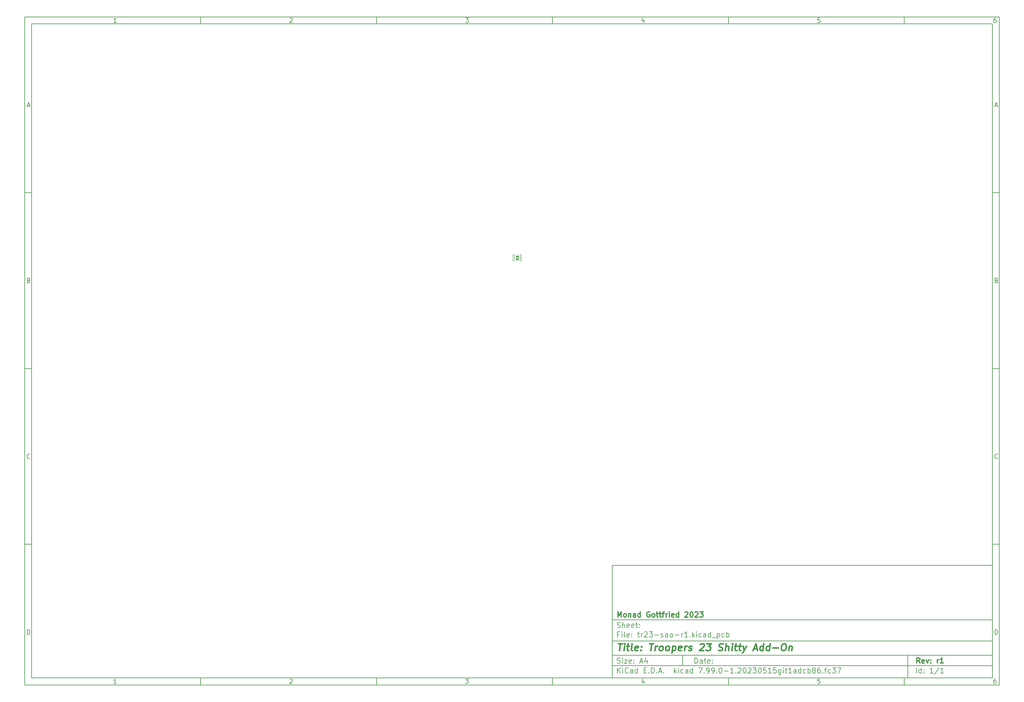
<source format=gbr>
G04 #@! TF.GenerationSoftware,KiCad,Pcbnew,7.99.0-1.20230515git1adcb86.fc37*
G04 #@! TF.CreationDate,2023-06-10T13:46:30+01:00*
G04 #@! TF.ProjectId,tr23-sao-r1,74723233-2d73-4616-9f2d-72312e6b6963,r1*
G04 #@! TF.SameCoordinates,Original*
G04 #@! TF.FileFunction,Paste,Bot*
G04 #@! TF.FilePolarity,Positive*
%FSLAX46Y46*%
G04 Gerber Fmt 4.6, Leading zero omitted, Abs format (unit mm)*
G04 Created by KiCad (PCBNEW 7.99.0-1.20230515git1adcb86.fc37) date 2023-06-10 13:46:30*
%MOMM*%
%LPD*%
G01*
G04 APERTURE LIST*
G04 Aperture macros list*
%AMRoundRect*
0 Rectangle with rounded corners*
0 $1 Rounding radius*
0 $2 $3 $4 $5 $6 $7 $8 $9 X,Y pos of 4 corners*
0 Add a 4 corners polygon primitive as box body*
4,1,4,$2,$3,$4,$5,$6,$7,$8,$9,$2,$3,0*
0 Add four circle primitives for the rounded corners*
1,1,$1+$1,$2,$3*
1,1,$1+$1,$4,$5*
1,1,$1+$1,$6,$7*
1,1,$1+$1,$8,$9*
0 Add four rect primitives between the rounded corners*
20,1,$1+$1,$2,$3,$4,$5,0*
20,1,$1+$1,$4,$5,$6,$7,0*
20,1,$1+$1,$6,$7,$8,$9,0*
20,1,$1+$1,$8,$9,$2,$3,0*%
G04 Aperture macros list end*
%ADD10C,0.100000*%
%ADD11C,0.150000*%
%ADD12C,0.300000*%
%ADD13C,0.400000*%
%ADD14RoundRect,0.090000X-0.090000X-0.210000X0.090000X-0.210000X0.090000X0.210000X-0.090000X0.210000X0*%
%ADD15RoundRect,0.062500X-0.287500X-0.062500X0.287500X-0.062500X0.287500X0.062500X-0.287500X0.062500X0*%
G04 APERTURE END LIST*
D10*
D11*
X177002200Y-166007200D02*
X285002200Y-166007200D01*
X285002200Y-198007200D01*
X177002200Y-198007200D01*
X177002200Y-166007200D01*
D10*
D11*
X10000000Y-10000000D02*
X287002200Y-10000000D01*
X287002200Y-200007200D01*
X10000000Y-200007200D01*
X10000000Y-10000000D01*
D10*
D11*
X12000000Y-12000000D02*
X285002200Y-12000000D01*
X285002200Y-198007200D01*
X12000000Y-198007200D01*
X12000000Y-12000000D01*
D10*
D11*
X60000000Y-12000000D02*
X60000000Y-10000000D01*
D10*
D11*
X110000000Y-12000000D02*
X110000000Y-10000000D01*
D10*
D11*
X160000000Y-12000000D02*
X160000000Y-10000000D01*
D10*
D11*
X210000000Y-12000000D02*
X210000000Y-10000000D01*
D10*
D11*
X260000000Y-12000000D02*
X260000000Y-10000000D01*
D10*
D11*
X36089160Y-11593604D02*
X35346303Y-11593604D01*
X35717731Y-11593604D02*
X35717731Y-10293604D01*
X35717731Y-10293604D02*
X35593922Y-10479319D01*
X35593922Y-10479319D02*
X35470112Y-10603128D01*
X35470112Y-10603128D02*
X35346303Y-10665033D01*
D10*
D11*
X85346303Y-10417414D02*
X85408207Y-10355509D01*
X85408207Y-10355509D02*
X85532017Y-10293604D01*
X85532017Y-10293604D02*
X85841541Y-10293604D01*
X85841541Y-10293604D02*
X85965350Y-10355509D01*
X85965350Y-10355509D02*
X86027255Y-10417414D01*
X86027255Y-10417414D02*
X86089160Y-10541223D01*
X86089160Y-10541223D02*
X86089160Y-10665033D01*
X86089160Y-10665033D02*
X86027255Y-10850747D01*
X86027255Y-10850747D02*
X85284398Y-11593604D01*
X85284398Y-11593604D02*
X86089160Y-11593604D01*
D10*
D11*
X135284398Y-10293604D02*
X136089160Y-10293604D01*
X136089160Y-10293604D02*
X135655826Y-10788842D01*
X135655826Y-10788842D02*
X135841541Y-10788842D01*
X135841541Y-10788842D02*
X135965350Y-10850747D01*
X135965350Y-10850747D02*
X136027255Y-10912652D01*
X136027255Y-10912652D02*
X136089160Y-11036461D01*
X136089160Y-11036461D02*
X136089160Y-11345985D01*
X136089160Y-11345985D02*
X136027255Y-11469795D01*
X136027255Y-11469795D02*
X135965350Y-11531700D01*
X135965350Y-11531700D02*
X135841541Y-11593604D01*
X135841541Y-11593604D02*
X135470112Y-11593604D01*
X135470112Y-11593604D02*
X135346303Y-11531700D01*
X135346303Y-11531700D02*
X135284398Y-11469795D01*
D10*
D11*
X185965350Y-10726938D02*
X185965350Y-11593604D01*
X185655826Y-10231700D02*
X185346303Y-11160271D01*
X185346303Y-11160271D02*
X186151064Y-11160271D01*
D10*
D11*
X236027255Y-10293604D02*
X235408207Y-10293604D01*
X235408207Y-10293604D02*
X235346303Y-10912652D01*
X235346303Y-10912652D02*
X235408207Y-10850747D01*
X235408207Y-10850747D02*
X235532017Y-10788842D01*
X235532017Y-10788842D02*
X235841541Y-10788842D01*
X235841541Y-10788842D02*
X235965350Y-10850747D01*
X235965350Y-10850747D02*
X236027255Y-10912652D01*
X236027255Y-10912652D02*
X236089160Y-11036461D01*
X236089160Y-11036461D02*
X236089160Y-11345985D01*
X236089160Y-11345985D02*
X236027255Y-11469795D01*
X236027255Y-11469795D02*
X235965350Y-11531700D01*
X235965350Y-11531700D02*
X235841541Y-11593604D01*
X235841541Y-11593604D02*
X235532017Y-11593604D01*
X235532017Y-11593604D02*
X235408207Y-11531700D01*
X235408207Y-11531700D02*
X235346303Y-11469795D01*
D10*
D11*
X285965350Y-10293604D02*
X285717731Y-10293604D01*
X285717731Y-10293604D02*
X285593922Y-10355509D01*
X285593922Y-10355509D02*
X285532017Y-10417414D01*
X285532017Y-10417414D02*
X285408207Y-10603128D01*
X285408207Y-10603128D02*
X285346303Y-10850747D01*
X285346303Y-10850747D02*
X285346303Y-11345985D01*
X285346303Y-11345985D02*
X285408207Y-11469795D01*
X285408207Y-11469795D02*
X285470112Y-11531700D01*
X285470112Y-11531700D02*
X285593922Y-11593604D01*
X285593922Y-11593604D02*
X285841541Y-11593604D01*
X285841541Y-11593604D02*
X285965350Y-11531700D01*
X285965350Y-11531700D02*
X286027255Y-11469795D01*
X286027255Y-11469795D02*
X286089160Y-11345985D01*
X286089160Y-11345985D02*
X286089160Y-11036461D01*
X286089160Y-11036461D02*
X286027255Y-10912652D01*
X286027255Y-10912652D02*
X285965350Y-10850747D01*
X285965350Y-10850747D02*
X285841541Y-10788842D01*
X285841541Y-10788842D02*
X285593922Y-10788842D01*
X285593922Y-10788842D02*
X285470112Y-10850747D01*
X285470112Y-10850747D02*
X285408207Y-10912652D01*
X285408207Y-10912652D02*
X285346303Y-11036461D01*
D10*
D11*
X60000000Y-198007200D02*
X60000000Y-200007200D01*
D10*
D11*
X110000000Y-198007200D02*
X110000000Y-200007200D01*
D10*
D11*
X160000000Y-198007200D02*
X160000000Y-200007200D01*
D10*
D11*
X210000000Y-198007200D02*
X210000000Y-200007200D01*
D10*
D11*
X260000000Y-198007200D02*
X260000000Y-200007200D01*
D10*
D11*
X36089160Y-199600804D02*
X35346303Y-199600804D01*
X35717731Y-199600804D02*
X35717731Y-198300804D01*
X35717731Y-198300804D02*
X35593922Y-198486519D01*
X35593922Y-198486519D02*
X35470112Y-198610328D01*
X35470112Y-198610328D02*
X35346303Y-198672233D01*
D10*
D11*
X85346303Y-198424614D02*
X85408207Y-198362709D01*
X85408207Y-198362709D02*
X85532017Y-198300804D01*
X85532017Y-198300804D02*
X85841541Y-198300804D01*
X85841541Y-198300804D02*
X85965350Y-198362709D01*
X85965350Y-198362709D02*
X86027255Y-198424614D01*
X86027255Y-198424614D02*
X86089160Y-198548423D01*
X86089160Y-198548423D02*
X86089160Y-198672233D01*
X86089160Y-198672233D02*
X86027255Y-198857947D01*
X86027255Y-198857947D02*
X85284398Y-199600804D01*
X85284398Y-199600804D02*
X86089160Y-199600804D01*
D10*
D11*
X135284398Y-198300804D02*
X136089160Y-198300804D01*
X136089160Y-198300804D02*
X135655826Y-198796042D01*
X135655826Y-198796042D02*
X135841541Y-198796042D01*
X135841541Y-198796042D02*
X135965350Y-198857947D01*
X135965350Y-198857947D02*
X136027255Y-198919852D01*
X136027255Y-198919852D02*
X136089160Y-199043661D01*
X136089160Y-199043661D02*
X136089160Y-199353185D01*
X136089160Y-199353185D02*
X136027255Y-199476995D01*
X136027255Y-199476995D02*
X135965350Y-199538900D01*
X135965350Y-199538900D02*
X135841541Y-199600804D01*
X135841541Y-199600804D02*
X135470112Y-199600804D01*
X135470112Y-199600804D02*
X135346303Y-199538900D01*
X135346303Y-199538900D02*
X135284398Y-199476995D01*
D10*
D11*
X185965350Y-198734138D02*
X185965350Y-199600804D01*
X185655826Y-198238900D02*
X185346303Y-199167471D01*
X185346303Y-199167471D02*
X186151064Y-199167471D01*
D10*
D11*
X236027255Y-198300804D02*
X235408207Y-198300804D01*
X235408207Y-198300804D02*
X235346303Y-198919852D01*
X235346303Y-198919852D02*
X235408207Y-198857947D01*
X235408207Y-198857947D02*
X235532017Y-198796042D01*
X235532017Y-198796042D02*
X235841541Y-198796042D01*
X235841541Y-198796042D02*
X235965350Y-198857947D01*
X235965350Y-198857947D02*
X236027255Y-198919852D01*
X236027255Y-198919852D02*
X236089160Y-199043661D01*
X236089160Y-199043661D02*
X236089160Y-199353185D01*
X236089160Y-199353185D02*
X236027255Y-199476995D01*
X236027255Y-199476995D02*
X235965350Y-199538900D01*
X235965350Y-199538900D02*
X235841541Y-199600804D01*
X235841541Y-199600804D02*
X235532017Y-199600804D01*
X235532017Y-199600804D02*
X235408207Y-199538900D01*
X235408207Y-199538900D02*
X235346303Y-199476995D01*
D10*
D11*
X285965350Y-198300804D02*
X285717731Y-198300804D01*
X285717731Y-198300804D02*
X285593922Y-198362709D01*
X285593922Y-198362709D02*
X285532017Y-198424614D01*
X285532017Y-198424614D02*
X285408207Y-198610328D01*
X285408207Y-198610328D02*
X285346303Y-198857947D01*
X285346303Y-198857947D02*
X285346303Y-199353185D01*
X285346303Y-199353185D02*
X285408207Y-199476995D01*
X285408207Y-199476995D02*
X285470112Y-199538900D01*
X285470112Y-199538900D02*
X285593922Y-199600804D01*
X285593922Y-199600804D02*
X285841541Y-199600804D01*
X285841541Y-199600804D02*
X285965350Y-199538900D01*
X285965350Y-199538900D02*
X286027255Y-199476995D01*
X286027255Y-199476995D02*
X286089160Y-199353185D01*
X286089160Y-199353185D02*
X286089160Y-199043661D01*
X286089160Y-199043661D02*
X286027255Y-198919852D01*
X286027255Y-198919852D02*
X285965350Y-198857947D01*
X285965350Y-198857947D02*
X285841541Y-198796042D01*
X285841541Y-198796042D02*
X285593922Y-198796042D01*
X285593922Y-198796042D02*
X285470112Y-198857947D01*
X285470112Y-198857947D02*
X285408207Y-198919852D01*
X285408207Y-198919852D02*
X285346303Y-199043661D01*
D10*
D11*
X10000000Y-60000000D02*
X12000000Y-60000000D01*
D10*
D11*
X10000000Y-110000000D02*
X12000000Y-110000000D01*
D10*
D11*
X10000000Y-160000000D02*
X12000000Y-160000000D01*
D10*
D11*
X10789160Y-35222176D02*
X11408207Y-35222176D01*
X10665350Y-35593604D02*
X11098683Y-34293604D01*
X11098683Y-34293604D02*
X11532017Y-35593604D01*
D10*
D11*
X11191541Y-84912652D02*
X11377255Y-84974557D01*
X11377255Y-84974557D02*
X11439160Y-85036461D01*
X11439160Y-85036461D02*
X11501064Y-85160271D01*
X11501064Y-85160271D02*
X11501064Y-85345985D01*
X11501064Y-85345985D02*
X11439160Y-85469795D01*
X11439160Y-85469795D02*
X11377255Y-85531700D01*
X11377255Y-85531700D02*
X11253445Y-85593604D01*
X11253445Y-85593604D02*
X10758207Y-85593604D01*
X10758207Y-85593604D02*
X10758207Y-84293604D01*
X10758207Y-84293604D02*
X11191541Y-84293604D01*
X11191541Y-84293604D02*
X11315350Y-84355509D01*
X11315350Y-84355509D02*
X11377255Y-84417414D01*
X11377255Y-84417414D02*
X11439160Y-84541223D01*
X11439160Y-84541223D02*
X11439160Y-84665033D01*
X11439160Y-84665033D02*
X11377255Y-84788842D01*
X11377255Y-84788842D02*
X11315350Y-84850747D01*
X11315350Y-84850747D02*
X11191541Y-84912652D01*
X11191541Y-84912652D02*
X10758207Y-84912652D01*
D10*
D11*
X11501064Y-135469795D02*
X11439160Y-135531700D01*
X11439160Y-135531700D02*
X11253445Y-135593604D01*
X11253445Y-135593604D02*
X11129636Y-135593604D01*
X11129636Y-135593604D02*
X10943922Y-135531700D01*
X10943922Y-135531700D02*
X10820112Y-135407890D01*
X10820112Y-135407890D02*
X10758207Y-135284080D01*
X10758207Y-135284080D02*
X10696303Y-135036461D01*
X10696303Y-135036461D02*
X10696303Y-134850747D01*
X10696303Y-134850747D02*
X10758207Y-134603128D01*
X10758207Y-134603128D02*
X10820112Y-134479319D01*
X10820112Y-134479319D02*
X10943922Y-134355509D01*
X10943922Y-134355509D02*
X11129636Y-134293604D01*
X11129636Y-134293604D02*
X11253445Y-134293604D01*
X11253445Y-134293604D02*
X11439160Y-134355509D01*
X11439160Y-134355509D02*
X11501064Y-134417414D01*
D10*
D11*
X10758207Y-185593604D02*
X10758207Y-184293604D01*
X10758207Y-184293604D02*
X11067731Y-184293604D01*
X11067731Y-184293604D02*
X11253445Y-184355509D01*
X11253445Y-184355509D02*
X11377255Y-184479319D01*
X11377255Y-184479319D02*
X11439160Y-184603128D01*
X11439160Y-184603128D02*
X11501064Y-184850747D01*
X11501064Y-184850747D02*
X11501064Y-185036461D01*
X11501064Y-185036461D02*
X11439160Y-185284080D01*
X11439160Y-185284080D02*
X11377255Y-185407890D01*
X11377255Y-185407890D02*
X11253445Y-185531700D01*
X11253445Y-185531700D02*
X11067731Y-185593604D01*
X11067731Y-185593604D02*
X10758207Y-185593604D01*
D10*
D11*
X287002200Y-60000000D02*
X285002200Y-60000000D01*
D10*
D11*
X287002200Y-110000000D02*
X285002200Y-110000000D01*
D10*
D11*
X287002200Y-160000000D02*
X285002200Y-160000000D01*
D10*
D11*
X285791360Y-35222176D02*
X286410407Y-35222176D01*
X285667550Y-35593604D02*
X286100883Y-34293604D01*
X286100883Y-34293604D02*
X286534217Y-35593604D01*
D10*
D11*
X286193741Y-84912652D02*
X286379455Y-84974557D01*
X286379455Y-84974557D02*
X286441360Y-85036461D01*
X286441360Y-85036461D02*
X286503264Y-85160271D01*
X286503264Y-85160271D02*
X286503264Y-85345985D01*
X286503264Y-85345985D02*
X286441360Y-85469795D01*
X286441360Y-85469795D02*
X286379455Y-85531700D01*
X286379455Y-85531700D02*
X286255645Y-85593604D01*
X286255645Y-85593604D02*
X285760407Y-85593604D01*
X285760407Y-85593604D02*
X285760407Y-84293604D01*
X285760407Y-84293604D02*
X286193741Y-84293604D01*
X286193741Y-84293604D02*
X286317550Y-84355509D01*
X286317550Y-84355509D02*
X286379455Y-84417414D01*
X286379455Y-84417414D02*
X286441360Y-84541223D01*
X286441360Y-84541223D02*
X286441360Y-84665033D01*
X286441360Y-84665033D02*
X286379455Y-84788842D01*
X286379455Y-84788842D02*
X286317550Y-84850747D01*
X286317550Y-84850747D02*
X286193741Y-84912652D01*
X286193741Y-84912652D02*
X285760407Y-84912652D01*
D10*
D11*
X286503264Y-135469795D02*
X286441360Y-135531700D01*
X286441360Y-135531700D02*
X286255645Y-135593604D01*
X286255645Y-135593604D02*
X286131836Y-135593604D01*
X286131836Y-135593604D02*
X285946122Y-135531700D01*
X285946122Y-135531700D02*
X285822312Y-135407890D01*
X285822312Y-135407890D02*
X285760407Y-135284080D01*
X285760407Y-135284080D02*
X285698503Y-135036461D01*
X285698503Y-135036461D02*
X285698503Y-134850747D01*
X285698503Y-134850747D02*
X285760407Y-134603128D01*
X285760407Y-134603128D02*
X285822312Y-134479319D01*
X285822312Y-134479319D02*
X285946122Y-134355509D01*
X285946122Y-134355509D02*
X286131836Y-134293604D01*
X286131836Y-134293604D02*
X286255645Y-134293604D01*
X286255645Y-134293604D02*
X286441360Y-134355509D01*
X286441360Y-134355509D02*
X286503264Y-134417414D01*
D10*
D11*
X285760407Y-185593604D02*
X285760407Y-184293604D01*
X285760407Y-184293604D02*
X286069931Y-184293604D01*
X286069931Y-184293604D02*
X286255645Y-184355509D01*
X286255645Y-184355509D02*
X286379455Y-184479319D01*
X286379455Y-184479319D02*
X286441360Y-184603128D01*
X286441360Y-184603128D02*
X286503264Y-184850747D01*
X286503264Y-184850747D02*
X286503264Y-185036461D01*
X286503264Y-185036461D02*
X286441360Y-185284080D01*
X286441360Y-185284080D02*
X286379455Y-185407890D01*
X286379455Y-185407890D02*
X286255645Y-185531700D01*
X286255645Y-185531700D02*
X286069931Y-185593604D01*
X286069931Y-185593604D02*
X285760407Y-185593604D01*
D10*
D11*
X200458026Y-193793328D02*
X200458026Y-192293328D01*
X200458026Y-192293328D02*
X200815169Y-192293328D01*
X200815169Y-192293328D02*
X201029455Y-192364757D01*
X201029455Y-192364757D02*
X201172312Y-192507614D01*
X201172312Y-192507614D02*
X201243741Y-192650471D01*
X201243741Y-192650471D02*
X201315169Y-192936185D01*
X201315169Y-192936185D02*
X201315169Y-193150471D01*
X201315169Y-193150471D02*
X201243741Y-193436185D01*
X201243741Y-193436185D02*
X201172312Y-193579042D01*
X201172312Y-193579042D02*
X201029455Y-193721900D01*
X201029455Y-193721900D02*
X200815169Y-193793328D01*
X200815169Y-193793328D02*
X200458026Y-193793328D01*
X202600884Y-193793328D02*
X202600884Y-193007614D01*
X202600884Y-193007614D02*
X202529455Y-192864757D01*
X202529455Y-192864757D02*
X202386598Y-192793328D01*
X202386598Y-192793328D02*
X202100884Y-192793328D01*
X202100884Y-192793328D02*
X201958026Y-192864757D01*
X202600884Y-193721900D02*
X202458026Y-193793328D01*
X202458026Y-193793328D02*
X202100884Y-193793328D01*
X202100884Y-193793328D02*
X201958026Y-193721900D01*
X201958026Y-193721900D02*
X201886598Y-193579042D01*
X201886598Y-193579042D02*
X201886598Y-193436185D01*
X201886598Y-193436185D02*
X201958026Y-193293328D01*
X201958026Y-193293328D02*
X202100884Y-193221900D01*
X202100884Y-193221900D02*
X202458026Y-193221900D01*
X202458026Y-193221900D02*
X202600884Y-193150471D01*
X203100884Y-192793328D02*
X203672312Y-192793328D01*
X203315169Y-192293328D02*
X203315169Y-193579042D01*
X203315169Y-193579042D02*
X203386598Y-193721900D01*
X203386598Y-193721900D02*
X203529455Y-193793328D01*
X203529455Y-193793328D02*
X203672312Y-193793328D01*
X204743741Y-193721900D02*
X204600884Y-193793328D01*
X204600884Y-193793328D02*
X204315170Y-193793328D01*
X204315170Y-193793328D02*
X204172312Y-193721900D01*
X204172312Y-193721900D02*
X204100884Y-193579042D01*
X204100884Y-193579042D02*
X204100884Y-193007614D01*
X204100884Y-193007614D02*
X204172312Y-192864757D01*
X204172312Y-192864757D02*
X204315170Y-192793328D01*
X204315170Y-192793328D02*
X204600884Y-192793328D01*
X204600884Y-192793328D02*
X204743741Y-192864757D01*
X204743741Y-192864757D02*
X204815170Y-193007614D01*
X204815170Y-193007614D02*
X204815170Y-193150471D01*
X204815170Y-193150471D02*
X204100884Y-193293328D01*
X205458026Y-193650471D02*
X205529455Y-193721900D01*
X205529455Y-193721900D02*
X205458026Y-193793328D01*
X205458026Y-193793328D02*
X205386598Y-193721900D01*
X205386598Y-193721900D02*
X205458026Y-193650471D01*
X205458026Y-193650471D02*
X205458026Y-193793328D01*
X205458026Y-192864757D02*
X205529455Y-192936185D01*
X205529455Y-192936185D02*
X205458026Y-193007614D01*
X205458026Y-193007614D02*
X205386598Y-192936185D01*
X205386598Y-192936185D02*
X205458026Y-192864757D01*
X205458026Y-192864757D02*
X205458026Y-193007614D01*
D10*
D11*
X177002200Y-194507200D02*
X285002200Y-194507200D01*
D10*
D11*
X178458026Y-196593328D02*
X178458026Y-195093328D01*
X179315169Y-196593328D02*
X178672312Y-195736185D01*
X179315169Y-195093328D02*
X178458026Y-195950471D01*
X179958026Y-196593328D02*
X179958026Y-195593328D01*
X179958026Y-195093328D02*
X179886598Y-195164757D01*
X179886598Y-195164757D02*
X179958026Y-195236185D01*
X179958026Y-195236185D02*
X180029455Y-195164757D01*
X180029455Y-195164757D02*
X179958026Y-195093328D01*
X179958026Y-195093328D02*
X179958026Y-195236185D01*
X181529455Y-196450471D02*
X181458027Y-196521900D01*
X181458027Y-196521900D02*
X181243741Y-196593328D01*
X181243741Y-196593328D02*
X181100884Y-196593328D01*
X181100884Y-196593328D02*
X180886598Y-196521900D01*
X180886598Y-196521900D02*
X180743741Y-196379042D01*
X180743741Y-196379042D02*
X180672312Y-196236185D01*
X180672312Y-196236185D02*
X180600884Y-195950471D01*
X180600884Y-195950471D02*
X180600884Y-195736185D01*
X180600884Y-195736185D02*
X180672312Y-195450471D01*
X180672312Y-195450471D02*
X180743741Y-195307614D01*
X180743741Y-195307614D02*
X180886598Y-195164757D01*
X180886598Y-195164757D02*
X181100884Y-195093328D01*
X181100884Y-195093328D02*
X181243741Y-195093328D01*
X181243741Y-195093328D02*
X181458027Y-195164757D01*
X181458027Y-195164757D02*
X181529455Y-195236185D01*
X182815170Y-196593328D02*
X182815170Y-195807614D01*
X182815170Y-195807614D02*
X182743741Y-195664757D01*
X182743741Y-195664757D02*
X182600884Y-195593328D01*
X182600884Y-195593328D02*
X182315170Y-195593328D01*
X182315170Y-195593328D02*
X182172312Y-195664757D01*
X182815170Y-196521900D02*
X182672312Y-196593328D01*
X182672312Y-196593328D02*
X182315170Y-196593328D01*
X182315170Y-196593328D02*
X182172312Y-196521900D01*
X182172312Y-196521900D02*
X182100884Y-196379042D01*
X182100884Y-196379042D02*
X182100884Y-196236185D01*
X182100884Y-196236185D02*
X182172312Y-196093328D01*
X182172312Y-196093328D02*
X182315170Y-196021900D01*
X182315170Y-196021900D02*
X182672312Y-196021900D01*
X182672312Y-196021900D02*
X182815170Y-195950471D01*
X184172313Y-196593328D02*
X184172313Y-195093328D01*
X184172313Y-196521900D02*
X184029455Y-196593328D01*
X184029455Y-196593328D02*
X183743741Y-196593328D01*
X183743741Y-196593328D02*
X183600884Y-196521900D01*
X183600884Y-196521900D02*
X183529455Y-196450471D01*
X183529455Y-196450471D02*
X183458027Y-196307614D01*
X183458027Y-196307614D02*
X183458027Y-195879042D01*
X183458027Y-195879042D02*
X183529455Y-195736185D01*
X183529455Y-195736185D02*
X183600884Y-195664757D01*
X183600884Y-195664757D02*
X183743741Y-195593328D01*
X183743741Y-195593328D02*
X184029455Y-195593328D01*
X184029455Y-195593328D02*
X184172313Y-195664757D01*
X186029455Y-195807614D02*
X186529455Y-195807614D01*
X186743741Y-196593328D02*
X186029455Y-196593328D01*
X186029455Y-196593328D02*
X186029455Y-195093328D01*
X186029455Y-195093328D02*
X186743741Y-195093328D01*
X187386598Y-196450471D02*
X187458027Y-196521900D01*
X187458027Y-196521900D02*
X187386598Y-196593328D01*
X187386598Y-196593328D02*
X187315170Y-196521900D01*
X187315170Y-196521900D02*
X187386598Y-196450471D01*
X187386598Y-196450471D02*
X187386598Y-196593328D01*
X188100884Y-196593328D02*
X188100884Y-195093328D01*
X188100884Y-195093328D02*
X188458027Y-195093328D01*
X188458027Y-195093328D02*
X188672313Y-195164757D01*
X188672313Y-195164757D02*
X188815170Y-195307614D01*
X188815170Y-195307614D02*
X188886599Y-195450471D01*
X188886599Y-195450471D02*
X188958027Y-195736185D01*
X188958027Y-195736185D02*
X188958027Y-195950471D01*
X188958027Y-195950471D02*
X188886599Y-196236185D01*
X188886599Y-196236185D02*
X188815170Y-196379042D01*
X188815170Y-196379042D02*
X188672313Y-196521900D01*
X188672313Y-196521900D02*
X188458027Y-196593328D01*
X188458027Y-196593328D02*
X188100884Y-196593328D01*
X189600884Y-196450471D02*
X189672313Y-196521900D01*
X189672313Y-196521900D02*
X189600884Y-196593328D01*
X189600884Y-196593328D02*
X189529456Y-196521900D01*
X189529456Y-196521900D02*
X189600884Y-196450471D01*
X189600884Y-196450471D02*
X189600884Y-196593328D01*
X190243742Y-196164757D02*
X190958028Y-196164757D01*
X190100885Y-196593328D02*
X190600885Y-195093328D01*
X190600885Y-195093328D02*
X191100885Y-196593328D01*
X191600884Y-196450471D02*
X191672313Y-196521900D01*
X191672313Y-196521900D02*
X191600884Y-196593328D01*
X191600884Y-196593328D02*
X191529456Y-196521900D01*
X191529456Y-196521900D02*
X191600884Y-196450471D01*
X191600884Y-196450471D02*
X191600884Y-196593328D01*
X194600884Y-196593328D02*
X194600884Y-195093328D01*
X194743742Y-196021900D02*
X195172313Y-196593328D01*
X195172313Y-195593328D02*
X194600884Y-196164757D01*
X195815170Y-196593328D02*
X195815170Y-195593328D01*
X195815170Y-195093328D02*
X195743742Y-195164757D01*
X195743742Y-195164757D02*
X195815170Y-195236185D01*
X195815170Y-195236185D02*
X195886599Y-195164757D01*
X195886599Y-195164757D02*
X195815170Y-195093328D01*
X195815170Y-195093328D02*
X195815170Y-195236185D01*
X197172314Y-196521900D02*
X197029456Y-196593328D01*
X197029456Y-196593328D02*
X196743742Y-196593328D01*
X196743742Y-196593328D02*
X196600885Y-196521900D01*
X196600885Y-196521900D02*
X196529456Y-196450471D01*
X196529456Y-196450471D02*
X196458028Y-196307614D01*
X196458028Y-196307614D02*
X196458028Y-195879042D01*
X196458028Y-195879042D02*
X196529456Y-195736185D01*
X196529456Y-195736185D02*
X196600885Y-195664757D01*
X196600885Y-195664757D02*
X196743742Y-195593328D01*
X196743742Y-195593328D02*
X197029456Y-195593328D01*
X197029456Y-195593328D02*
X197172314Y-195664757D01*
X198458028Y-196593328D02*
X198458028Y-195807614D01*
X198458028Y-195807614D02*
X198386599Y-195664757D01*
X198386599Y-195664757D02*
X198243742Y-195593328D01*
X198243742Y-195593328D02*
X197958028Y-195593328D01*
X197958028Y-195593328D02*
X197815170Y-195664757D01*
X198458028Y-196521900D02*
X198315170Y-196593328D01*
X198315170Y-196593328D02*
X197958028Y-196593328D01*
X197958028Y-196593328D02*
X197815170Y-196521900D01*
X197815170Y-196521900D02*
X197743742Y-196379042D01*
X197743742Y-196379042D02*
X197743742Y-196236185D01*
X197743742Y-196236185D02*
X197815170Y-196093328D01*
X197815170Y-196093328D02*
X197958028Y-196021900D01*
X197958028Y-196021900D02*
X198315170Y-196021900D01*
X198315170Y-196021900D02*
X198458028Y-195950471D01*
X199815171Y-196593328D02*
X199815171Y-195093328D01*
X199815171Y-196521900D02*
X199672313Y-196593328D01*
X199672313Y-196593328D02*
X199386599Y-196593328D01*
X199386599Y-196593328D02*
X199243742Y-196521900D01*
X199243742Y-196521900D02*
X199172313Y-196450471D01*
X199172313Y-196450471D02*
X199100885Y-196307614D01*
X199100885Y-196307614D02*
X199100885Y-195879042D01*
X199100885Y-195879042D02*
X199172313Y-195736185D01*
X199172313Y-195736185D02*
X199243742Y-195664757D01*
X199243742Y-195664757D02*
X199386599Y-195593328D01*
X199386599Y-195593328D02*
X199672313Y-195593328D01*
X199672313Y-195593328D02*
X199815171Y-195664757D01*
X201529456Y-195093328D02*
X202529456Y-195093328D01*
X202529456Y-195093328D02*
X201886599Y-196593328D01*
X203100884Y-196450471D02*
X203172313Y-196521900D01*
X203172313Y-196521900D02*
X203100884Y-196593328D01*
X203100884Y-196593328D02*
X203029456Y-196521900D01*
X203029456Y-196521900D02*
X203100884Y-196450471D01*
X203100884Y-196450471D02*
X203100884Y-196593328D01*
X203886599Y-196593328D02*
X204172313Y-196593328D01*
X204172313Y-196593328D02*
X204315170Y-196521900D01*
X204315170Y-196521900D02*
X204386599Y-196450471D01*
X204386599Y-196450471D02*
X204529456Y-196236185D01*
X204529456Y-196236185D02*
X204600885Y-195950471D01*
X204600885Y-195950471D02*
X204600885Y-195379042D01*
X204600885Y-195379042D02*
X204529456Y-195236185D01*
X204529456Y-195236185D02*
X204458028Y-195164757D01*
X204458028Y-195164757D02*
X204315170Y-195093328D01*
X204315170Y-195093328D02*
X204029456Y-195093328D01*
X204029456Y-195093328D02*
X203886599Y-195164757D01*
X203886599Y-195164757D02*
X203815170Y-195236185D01*
X203815170Y-195236185D02*
X203743742Y-195379042D01*
X203743742Y-195379042D02*
X203743742Y-195736185D01*
X203743742Y-195736185D02*
X203815170Y-195879042D01*
X203815170Y-195879042D02*
X203886599Y-195950471D01*
X203886599Y-195950471D02*
X204029456Y-196021900D01*
X204029456Y-196021900D02*
X204315170Y-196021900D01*
X204315170Y-196021900D02*
X204458028Y-195950471D01*
X204458028Y-195950471D02*
X204529456Y-195879042D01*
X204529456Y-195879042D02*
X204600885Y-195736185D01*
X205315170Y-196593328D02*
X205600884Y-196593328D01*
X205600884Y-196593328D02*
X205743741Y-196521900D01*
X205743741Y-196521900D02*
X205815170Y-196450471D01*
X205815170Y-196450471D02*
X205958027Y-196236185D01*
X205958027Y-196236185D02*
X206029456Y-195950471D01*
X206029456Y-195950471D02*
X206029456Y-195379042D01*
X206029456Y-195379042D02*
X205958027Y-195236185D01*
X205958027Y-195236185D02*
X205886599Y-195164757D01*
X205886599Y-195164757D02*
X205743741Y-195093328D01*
X205743741Y-195093328D02*
X205458027Y-195093328D01*
X205458027Y-195093328D02*
X205315170Y-195164757D01*
X205315170Y-195164757D02*
X205243741Y-195236185D01*
X205243741Y-195236185D02*
X205172313Y-195379042D01*
X205172313Y-195379042D02*
X205172313Y-195736185D01*
X205172313Y-195736185D02*
X205243741Y-195879042D01*
X205243741Y-195879042D02*
X205315170Y-195950471D01*
X205315170Y-195950471D02*
X205458027Y-196021900D01*
X205458027Y-196021900D02*
X205743741Y-196021900D01*
X205743741Y-196021900D02*
X205886599Y-195950471D01*
X205886599Y-195950471D02*
X205958027Y-195879042D01*
X205958027Y-195879042D02*
X206029456Y-195736185D01*
X206672312Y-196450471D02*
X206743741Y-196521900D01*
X206743741Y-196521900D02*
X206672312Y-196593328D01*
X206672312Y-196593328D02*
X206600884Y-196521900D01*
X206600884Y-196521900D02*
X206672312Y-196450471D01*
X206672312Y-196450471D02*
X206672312Y-196593328D01*
X207672313Y-195093328D02*
X207815170Y-195093328D01*
X207815170Y-195093328D02*
X207958027Y-195164757D01*
X207958027Y-195164757D02*
X208029456Y-195236185D01*
X208029456Y-195236185D02*
X208100884Y-195379042D01*
X208100884Y-195379042D02*
X208172313Y-195664757D01*
X208172313Y-195664757D02*
X208172313Y-196021900D01*
X208172313Y-196021900D02*
X208100884Y-196307614D01*
X208100884Y-196307614D02*
X208029456Y-196450471D01*
X208029456Y-196450471D02*
X207958027Y-196521900D01*
X207958027Y-196521900D02*
X207815170Y-196593328D01*
X207815170Y-196593328D02*
X207672313Y-196593328D01*
X207672313Y-196593328D02*
X207529456Y-196521900D01*
X207529456Y-196521900D02*
X207458027Y-196450471D01*
X207458027Y-196450471D02*
X207386598Y-196307614D01*
X207386598Y-196307614D02*
X207315170Y-196021900D01*
X207315170Y-196021900D02*
X207315170Y-195664757D01*
X207315170Y-195664757D02*
X207386598Y-195379042D01*
X207386598Y-195379042D02*
X207458027Y-195236185D01*
X207458027Y-195236185D02*
X207529456Y-195164757D01*
X207529456Y-195164757D02*
X207672313Y-195093328D01*
X208815169Y-196021900D02*
X209958027Y-196021900D01*
X211458027Y-196593328D02*
X210600884Y-196593328D01*
X211029455Y-196593328D02*
X211029455Y-195093328D01*
X211029455Y-195093328D02*
X210886598Y-195307614D01*
X210886598Y-195307614D02*
X210743741Y-195450471D01*
X210743741Y-195450471D02*
X210600884Y-195521900D01*
X212100883Y-196450471D02*
X212172312Y-196521900D01*
X212172312Y-196521900D02*
X212100883Y-196593328D01*
X212100883Y-196593328D02*
X212029455Y-196521900D01*
X212029455Y-196521900D02*
X212100883Y-196450471D01*
X212100883Y-196450471D02*
X212100883Y-196593328D01*
X212743741Y-195236185D02*
X212815169Y-195164757D01*
X212815169Y-195164757D02*
X212958027Y-195093328D01*
X212958027Y-195093328D02*
X213315169Y-195093328D01*
X213315169Y-195093328D02*
X213458027Y-195164757D01*
X213458027Y-195164757D02*
X213529455Y-195236185D01*
X213529455Y-195236185D02*
X213600884Y-195379042D01*
X213600884Y-195379042D02*
X213600884Y-195521900D01*
X213600884Y-195521900D02*
X213529455Y-195736185D01*
X213529455Y-195736185D02*
X212672312Y-196593328D01*
X212672312Y-196593328D02*
X213600884Y-196593328D01*
X214529455Y-195093328D02*
X214672312Y-195093328D01*
X214672312Y-195093328D02*
X214815169Y-195164757D01*
X214815169Y-195164757D02*
X214886598Y-195236185D01*
X214886598Y-195236185D02*
X214958026Y-195379042D01*
X214958026Y-195379042D02*
X215029455Y-195664757D01*
X215029455Y-195664757D02*
X215029455Y-196021900D01*
X215029455Y-196021900D02*
X214958026Y-196307614D01*
X214958026Y-196307614D02*
X214886598Y-196450471D01*
X214886598Y-196450471D02*
X214815169Y-196521900D01*
X214815169Y-196521900D02*
X214672312Y-196593328D01*
X214672312Y-196593328D02*
X214529455Y-196593328D01*
X214529455Y-196593328D02*
X214386598Y-196521900D01*
X214386598Y-196521900D02*
X214315169Y-196450471D01*
X214315169Y-196450471D02*
X214243740Y-196307614D01*
X214243740Y-196307614D02*
X214172312Y-196021900D01*
X214172312Y-196021900D02*
X214172312Y-195664757D01*
X214172312Y-195664757D02*
X214243740Y-195379042D01*
X214243740Y-195379042D02*
X214315169Y-195236185D01*
X214315169Y-195236185D02*
X214386598Y-195164757D01*
X214386598Y-195164757D02*
X214529455Y-195093328D01*
X215600883Y-195236185D02*
X215672311Y-195164757D01*
X215672311Y-195164757D02*
X215815169Y-195093328D01*
X215815169Y-195093328D02*
X216172311Y-195093328D01*
X216172311Y-195093328D02*
X216315169Y-195164757D01*
X216315169Y-195164757D02*
X216386597Y-195236185D01*
X216386597Y-195236185D02*
X216458026Y-195379042D01*
X216458026Y-195379042D02*
X216458026Y-195521900D01*
X216458026Y-195521900D02*
X216386597Y-195736185D01*
X216386597Y-195736185D02*
X215529454Y-196593328D01*
X215529454Y-196593328D02*
X216458026Y-196593328D01*
X216958025Y-195093328D02*
X217886597Y-195093328D01*
X217886597Y-195093328D02*
X217386597Y-195664757D01*
X217386597Y-195664757D02*
X217600882Y-195664757D01*
X217600882Y-195664757D02*
X217743740Y-195736185D01*
X217743740Y-195736185D02*
X217815168Y-195807614D01*
X217815168Y-195807614D02*
X217886597Y-195950471D01*
X217886597Y-195950471D02*
X217886597Y-196307614D01*
X217886597Y-196307614D02*
X217815168Y-196450471D01*
X217815168Y-196450471D02*
X217743740Y-196521900D01*
X217743740Y-196521900D02*
X217600882Y-196593328D01*
X217600882Y-196593328D02*
X217172311Y-196593328D01*
X217172311Y-196593328D02*
X217029454Y-196521900D01*
X217029454Y-196521900D02*
X216958025Y-196450471D01*
X218815168Y-195093328D02*
X218958025Y-195093328D01*
X218958025Y-195093328D02*
X219100882Y-195164757D01*
X219100882Y-195164757D02*
X219172311Y-195236185D01*
X219172311Y-195236185D02*
X219243739Y-195379042D01*
X219243739Y-195379042D02*
X219315168Y-195664757D01*
X219315168Y-195664757D02*
X219315168Y-196021900D01*
X219315168Y-196021900D02*
X219243739Y-196307614D01*
X219243739Y-196307614D02*
X219172311Y-196450471D01*
X219172311Y-196450471D02*
X219100882Y-196521900D01*
X219100882Y-196521900D02*
X218958025Y-196593328D01*
X218958025Y-196593328D02*
X218815168Y-196593328D01*
X218815168Y-196593328D02*
X218672311Y-196521900D01*
X218672311Y-196521900D02*
X218600882Y-196450471D01*
X218600882Y-196450471D02*
X218529453Y-196307614D01*
X218529453Y-196307614D02*
X218458025Y-196021900D01*
X218458025Y-196021900D02*
X218458025Y-195664757D01*
X218458025Y-195664757D02*
X218529453Y-195379042D01*
X218529453Y-195379042D02*
X218600882Y-195236185D01*
X218600882Y-195236185D02*
X218672311Y-195164757D01*
X218672311Y-195164757D02*
X218815168Y-195093328D01*
X220672310Y-195093328D02*
X219958024Y-195093328D01*
X219958024Y-195093328D02*
X219886596Y-195807614D01*
X219886596Y-195807614D02*
X219958024Y-195736185D01*
X219958024Y-195736185D02*
X220100882Y-195664757D01*
X220100882Y-195664757D02*
X220458024Y-195664757D01*
X220458024Y-195664757D02*
X220600882Y-195736185D01*
X220600882Y-195736185D02*
X220672310Y-195807614D01*
X220672310Y-195807614D02*
X220743739Y-195950471D01*
X220743739Y-195950471D02*
X220743739Y-196307614D01*
X220743739Y-196307614D02*
X220672310Y-196450471D01*
X220672310Y-196450471D02*
X220600882Y-196521900D01*
X220600882Y-196521900D02*
X220458024Y-196593328D01*
X220458024Y-196593328D02*
X220100882Y-196593328D01*
X220100882Y-196593328D02*
X219958024Y-196521900D01*
X219958024Y-196521900D02*
X219886596Y-196450471D01*
X222172310Y-196593328D02*
X221315167Y-196593328D01*
X221743738Y-196593328D02*
X221743738Y-195093328D01*
X221743738Y-195093328D02*
X221600881Y-195307614D01*
X221600881Y-195307614D02*
X221458024Y-195450471D01*
X221458024Y-195450471D02*
X221315167Y-195521900D01*
X223529452Y-195093328D02*
X222815166Y-195093328D01*
X222815166Y-195093328D02*
X222743738Y-195807614D01*
X222743738Y-195807614D02*
X222815166Y-195736185D01*
X222815166Y-195736185D02*
X222958024Y-195664757D01*
X222958024Y-195664757D02*
X223315166Y-195664757D01*
X223315166Y-195664757D02*
X223458024Y-195736185D01*
X223458024Y-195736185D02*
X223529452Y-195807614D01*
X223529452Y-195807614D02*
X223600881Y-195950471D01*
X223600881Y-195950471D02*
X223600881Y-196307614D01*
X223600881Y-196307614D02*
X223529452Y-196450471D01*
X223529452Y-196450471D02*
X223458024Y-196521900D01*
X223458024Y-196521900D02*
X223315166Y-196593328D01*
X223315166Y-196593328D02*
X222958024Y-196593328D01*
X222958024Y-196593328D02*
X222815166Y-196521900D01*
X222815166Y-196521900D02*
X222743738Y-196450471D01*
X224886595Y-195593328D02*
X224886595Y-196807614D01*
X224886595Y-196807614D02*
X224815166Y-196950471D01*
X224815166Y-196950471D02*
X224743737Y-197021900D01*
X224743737Y-197021900D02*
X224600880Y-197093328D01*
X224600880Y-197093328D02*
X224386595Y-197093328D01*
X224386595Y-197093328D02*
X224243737Y-197021900D01*
X224886595Y-196521900D02*
X224743737Y-196593328D01*
X224743737Y-196593328D02*
X224458023Y-196593328D01*
X224458023Y-196593328D02*
X224315166Y-196521900D01*
X224315166Y-196521900D02*
X224243737Y-196450471D01*
X224243737Y-196450471D02*
X224172309Y-196307614D01*
X224172309Y-196307614D02*
X224172309Y-195879042D01*
X224172309Y-195879042D02*
X224243737Y-195736185D01*
X224243737Y-195736185D02*
X224315166Y-195664757D01*
X224315166Y-195664757D02*
X224458023Y-195593328D01*
X224458023Y-195593328D02*
X224743737Y-195593328D01*
X224743737Y-195593328D02*
X224886595Y-195664757D01*
X225600880Y-196593328D02*
X225600880Y-195593328D01*
X225600880Y-195093328D02*
X225529452Y-195164757D01*
X225529452Y-195164757D02*
X225600880Y-195236185D01*
X225600880Y-195236185D02*
X225672309Y-195164757D01*
X225672309Y-195164757D02*
X225600880Y-195093328D01*
X225600880Y-195093328D02*
X225600880Y-195236185D01*
X226100881Y-195593328D02*
X226672309Y-195593328D01*
X226315166Y-195093328D02*
X226315166Y-196379042D01*
X226315166Y-196379042D02*
X226386595Y-196521900D01*
X226386595Y-196521900D02*
X226529452Y-196593328D01*
X226529452Y-196593328D02*
X226672309Y-196593328D01*
X227958024Y-196593328D02*
X227100881Y-196593328D01*
X227529452Y-196593328D02*
X227529452Y-195093328D01*
X227529452Y-195093328D02*
X227386595Y-195307614D01*
X227386595Y-195307614D02*
X227243738Y-195450471D01*
X227243738Y-195450471D02*
X227100881Y-195521900D01*
X229243738Y-196593328D02*
X229243738Y-195807614D01*
X229243738Y-195807614D02*
X229172309Y-195664757D01*
X229172309Y-195664757D02*
X229029452Y-195593328D01*
X229029452Y-195593328D02*
X228743738Y-195593328D01*
X228743738Y-195593328D02*
X228600880Y-195664757D01*
X229243738Y-196521900D02*
X229100880Y-196593328D01*
X229100880Y-196593328D02*
X228743738Y-196593328D01*
X228743738Y-196593328D02*
X228600880Y-196521900D01*
X228600880Y-196521900D02*
X228529452Y-196379042D01*
X228529452Y-196379042D02*
X228529452Y-196236185D01*
X228529452Y-196236185D02*
X228600880Y-196093328D01*
X228600880Y-196093328D02*
X228743738Y-196021900D01*
X228743738Y-196021900D02*
X229100880Y-196021900D01*
X229100880Y-196021900D02*
X229243738Y-195950471D01*
X230600881Y-196593328D02*
X230600881Y-195093328D01*
X230600881Y-196521900D02*
X230458023Y-196593328D01*
X230458023Y-196593328D02*
X230172309Y-196593328D01*
X230172309Y-196593328D02*
X230029452Y-196521900D01*
X230029452Y-196521900D02*
X229958023Y-196450471D01*
X229958023Y-196450471D02*
X229886595Y-196307614D01*
X229886595Y-196307614D02*
X229886595Y-195879042D01*
X229886595Y-195879042D02*
X229958023Y-195736185D01*
X229958023Y-195736185D02*
X230029452Y-195664757D01*
X230029452Y-195664757D02*
X230172309Y-195593328D01*
X230172309Y-195593328D02*
X230458023Y-195593328D01*
X230458023Y-195593328D02*
X230600881Y-195664757D01*
X231958024Y-196521900D02*
X231815166Y-196593328D01*
X231815166Y-196593328D02*
X231529452Y-196593328D01*
X231529452Y-196593328D02*
X231386595Y-196521900D01*
X231386595Y-196521900D02*
X231315166Y-196450471D01*
X231315166Y-196450471D02*
X231243738Y-196307614D01*
X231243738Y-196307614D02*
X231243738Y-195879042D01*
X231243738Y-195879042D02*
X231315166Y-195736185D01*
X231315166Y-195736185D02*
X231386595Y-195664757D01*
X231386595Y-195664757D02*
X231529452Y-195593328D01*
X231529452Y-195593328D02*
X231815166Y-195593328D01*
X231815166Y-195593328D02*
X231958024Y-195664757D01*
X232600880Y-196593328D02*
X232600880Y-195093328D01*
X232600880Y-195664757D02*
X232743738Y-195593328D01*
X232743738Y-195593328D02*
X233029452Y-195593328D01*
X233029452Y-195593328D02*
X233172309Y-195664757D01*
X233172309Y-195664757D02*
X233243738Y-195736185D01*
X233243738Y-195736185D02*
X233315166Y-195879042D01*
X233315166Y-195879042D02*
X233315166Y-196307614D01*
X233315166Y-196307614D02*
X233243738Y-196450471D01*
X233243738Y-196450471D02*
X233172309Y-196521900D01*
X233172309Y-196521900D02*
X233029452Y-196593328D01*
X233029452Y-196593328D02*
X232743738Y-196593328D01*
X232743738Y-196593328D02*
X232600880Y-196521900D01*
X234172309Y-195736185D02*
X234029452Y-195664757D01*
X234029452Y-195664757D02*
X233958023Y-195593328D01*
X233958023Y-195593328D02*
X233886595Y-195450471D01*
X233886595Y-195450471D02*
X233886595Y-195379042D01*
X233886595Y-195379042D02*
X233958023Y-195236185D01*
X233958023Y-195236185D02*
X234029452Y-195164757D01*
X234029452Y-195164757D02*
X234172309Y-195093328D01*
X234172309Y-195093328D02*
X234458023Y-195093328D01*
X234458023Y-195093328D02*
X234600881Y-195164757D01*
X234600881Y-195164757D02*
X234672309Y-195236185D01*
X234672309Y-195236185D02*
X234743738Y-195379042D01*
X234743738Y-195379042D02*
X234743738Y-195450471D01*
X234743738Y-195450471D02*
X234672309Y-195593328D01*
X234672309Y-195593328D02*
X234600881Y-195664757D01*
X234600881Y-195664757D02*
X234458023Y-195736185D01*
X234458023Y-195736185D02*
X234172309Y-195736185D01*
X234172309Y-195736185D02*
X234029452Y-195807614D01*
X234029452Y-195807614D02*
X233958023Y-195879042D01*
X233958023Y-195879042D02*
X233886595Y-196021900D01*
X233886595Y-196021900D02*
X233886595Y-196307614D01*
X233886595Y-196307614D02*
X233958023Y-196450471D01*
X233958023Y-196450471D02*
X234029452Y-196521900D01*
X234029452Y-196521900D02*
X234172309Y-196593328D01*
X234172309Y-196593328D02*
X234458023Y-196593328D01*
X234458023Y-196593328D02*
X234600881Y-196521900D01*
X234600881Y-196521900D02*
X234672309Y-196450471D01*
X234672309Y-196450471D02*
X234743738Y-196307614D01*
X234743738Y-196307614D02*
X234743738Y-196021900D01*
X234743738Y-196021900D02*
X234672309Y-195879042D01*
X234672309Y-195879042D02*
X234600881Y-195807614D01*
X234600881Y-195807614D02*
X234458023Y-195736185D01*
X236029452Y-195093328D02*
X235743737Y-195093328D01*
X235743737Y-195093328D02*
X235600880Y-195164757D01*
X235600880Y-195164757D02*
X235529452Y-195236185D01*
X235529452Y-195236185D02*
X235386594Y-195450471D01*
X235386594Y-195450471D02*
X235315166Y-195736185D01*
X235315166Y-195736185D02*
X235315166Y-196307614D01*
X235315166Y-196307614D02*
X235386594Y-196450471D01*
X235386594Y-196450471D02*
X235458023Y-196521900D01*
X235458023Y-196521900D02*
X235600880Y-196593328D01*
X235600880Y-196593328D02*
X235886594Y-196593328D01*
X235886594Y-196593328D02*
X236029452Y-196521900D01*
X236029452Y-196521900D02*
X236100880Y-196450471D01*
X236100880Y-196450471D02*
X236172309Y-196307614D01*
X236172309Y-196307614D02*
X236172309Y-195950471D01*
X236172309Y-195950471D02*
X236100880Y-195807614D01*
X236100880Y-195807614D02*
X236029452Y-195736185D01*
X236029452Y-195736185D02*
X235886594Y-195664757D01*
X235886594Y-195664757D02*
X235600880Y-195664757D01*
X235600880Y-195664757D02*
X235458023Y-195736185D01*
X235458023Y-195736185D02*
X235386594Y-195807614D01*
X235386594Y-195807614D02*
X235315166Y-195950471D01*
X236815165Y-196450471D02*
X236886594Y-196521900D01*
X236886594Y-196521900D02*
X236815165Y-196593328D01*
X236815165Y-196593328D02*
X236743737Y-196521900D01*
X236743737Y-196521900D02*
X236815165Y-196450471D01*
X236815165Y-196450471D02*
X236815165Y-196593328D01*
X237315166Y-195593328D02*
X237886594Y-195593328D01*
X237529451Y-196593328D02*
X237529451Y-195307614D01*
X237529451Y-195307614D02*
X237600880Y-195164757D01*
X237600880Y-195164757D02*
X237743737Y-195093328D01*
X237743737Y-195093328D02*
X237886594Y-195093328D01*
X239029452Y-196521900D02*
X238886594Y-196593328D01*
X238886594Y-196593328D02*
X238600880Y-196593328D01*
X238600880Y-196593328D02*
X238458023Y-196521900D01*
X238458023Y-196521900D02*
X238386594Y-196450471D01*
X238386594Y-196450471D02*
X238315166Y-196307614D01*
X238315166Y-196307614D02*
X238315166Y-195879042D01*
X238315166Y-195879042D02*
X238386594Y-195736185D01*
X238386594Y-195736185D02*
X238458023Y-195664757D01*
X238458023Y-195664757D02*
X238600880Y-195593328D01*
X238600880Y-195593328D02*
X238886594Y-195593328D01*
X238886594Y-195593328D02*
X239029452Y-195664757D01*
X239529451Y-195093328D02*
X240458023Y-195093328D01*
X240458023Y-195093328D02*
X239958023Y-195664757D01*
X239958023Y-195664757D02*
X240172308Y-195664757D01*
X240172308Y-195664757D02*
X240315166Y-195736185D01*
X240315166Y-195736185D02*
X240386594Y-195807614D01*
X240386594Y-195807614D02*
X240458023Y-195950471D01*
X240458023Y-195950471D02*
X240458023Y-196307614D01*
X240458023Y-196307614D02*
X240386594Y-196450471D01*
X240386594Y-196450471D02*
X240315166Y-196521900D01*
X240315166Y-196521900D02*
X240172308Y-196593328D01*
X240172308Y-196593328D02*
X239743737Y-196593328D01*
X239743737Y-196593328D02*
X239600880Y-196521900D01*
X239600880Y-196521900D02*
X239529451Y-196450471D01*
X240958022Y-195093328D02*
X241958022Y-195093328D01*
X241958022Y-195093328D02*
X241315165Y-196593328D01*
D10*
D11*
X177002200Y-191507200D02*
X285002200Y-191507200D01*
D10*
D12*
X264413853Y-193785528D02*
X263913853Y-193071242D01*
X263556710Y-193785528D02*
X263556710Y-192285528D01*
X263556710Y-192285528D02*
X264128139Y-192285528D01*
X264128139Y-192285528D02*
X264270996Y-192356957D01*
X264270996Y-192356957D02*
X264342425Y-192428385D01*
X264342425Y-192428385D02*
X264413853Y-192571242D01*
X264413853Y-192571242D02*
X264413853Y-192785528D01*
X264413853Y-192785528D02*
X264342425Y-192928385D01*
X264342425Y-192928385D02*
X264270996Y-192999814D01*
X264270996Y-192999814D02*
X264128139Y-193071242D01*
X264128139Y-193071242D02*
X263556710Y-193071242D01*
X265628139Y-193714100D02*
X265485282Y-193785528D01*
X265485282Y-193785528D02*
X265199568Y-193785528D01*
X265199568Y-193785528D02*
X265056710Y-193714100D01*
X265056710Y-193714100D02*
X264985282Y-193571242D01*
X264985282Y-193571242D02*
X264985282Y-192999814D01*
X264985282Y-192999814D02*
X265056710Y-192856957D01*
X265056710Y-192856957D02*
X265199568Y-192785528D01*
X265199568Y-192785528D02*
X265485282Y-192785528D01*
X265485282Y-192785528D02*
X265628139Y-192856957D01*
X265628139Y-192856957D02*
X265699568Y-192999814D01*
X265699568Y-192999814D02*
X265699568Y-193142671D01*
X265699568Y-193142671D02*
X264985282Y-193285528D01*
X266199567Y-192785528D02*
X266556710Y-193785528D01*
X266556710Y-193785528D02*
X266913853Y-192785528D01*
X267485281Y-193642671D02*
X267556710Y-193714100D01*
X267556710Y-193714100D02*
X267485281Y-193785528D01*
X267485281Y-193785528D02*
X267413853Y-193714100D01*
X267413853Y-193714100D02*
X267485281Y-193642671D01*
X267485281Y-193642671D02*
X267485281Y-193785528D01*
X267485281Y-192856957D02*
X267556710Y-192928385D01*
X267556710Y-192928385D02*
X267485281Y-192999814D01*
X267485281Y-192999814D02*
X267413853Y-192928385D01*
X267413853Y-192928385D02*
X267485281Y-192856957D01*
X267485281Y-192856957D02*
X267485281Y-192999814D01*
X269342424Y-193785528D02*
X269342424Y-192785528D01*
X269342424Y-193071242D02*
X269413853Y-192928385D01*
X269413853Y-192928385D02*
X269485282Y-192856957D01*
X269485282Y-192856957D02*
X269628139Y-192785528D01*
X269628139Y-192785528D02*
X269770996Y-192785528D01*
X271056710Y-193785528D02*
X270199567Y-193785528D01*
X270628138Y-193785528D02*
X270628138Y-192285528D01*
X270628138Y-192285528D02*
X270485281Y-192499814D01*
X270485281Y-192499814D02*
X270342424Y-192642671D01*
X270342424Y-192642671D02*
X270199567Y-192714100D01*
D10*
D11*
X178386598Y-193721900D02*
X178600884Y-193793328D01*
X178600884Y-193793328D02*
X178958026Y-193793328D01*
X178958026Y-193793328D02*
X179100884Y-193721900D01*
X179100884Y-193721900D02*
X179172312Y-193650471D01*
X179172312Y-193650471D02*
X179243741Y-193507614D01*
X179243741Y-193507614D02*
X179243741Y-193364757D01*
X179243741Y-193364757D02*
X179172312Y-193221900D01*
X179172312Y-193221900D02*
X179100884Y-193150471D01*
X179100884Y-193150471D02*
X178958026Y-193079042D01*
X178958026Y-193079042D02*
X178672312Y-193007614D01*
X178672312Y-193007614D02*
X178529455Y-192936185D01*
X178529455Y-192936185D02*
X178458026Y-192864757D01*
X178458026Y-192864757D02*
X178386598Y-192721900D01*
X178386598Y-192721900D02*
X178386598Y-192579042D01*
X178386598Y-192579042D02*
X178458026Y-192436185D01*
X178458026Y-192436185D02*
X178529455Y-192364757D01*
X178529455Y-192364757D02*
X178672312Y-192293328D01*
X178672312Y-192293328D02*
X179029455Y-192293328D01*
X179029455Y-192293328D02*
X179243741Y-192364757D01*
X179886597Y-193793328D02*
X179886597Y-192793328D01*
X179886597Y-192293328D02*
X179815169Y-192364757D01*
X179815169Y-192364757D02*
X179886597Y-192436185D01*
X179886597Y-192436185D02*
X179958026Y-192364757D01*
X179958026Y-192364757D02*
X179886597Y-192293328D01*
X179886597Y-192293328D02*
X179886597Y-192436185D01*
X180458026Y-192793328D02*
X181243741Y-192793328D01*
X181243741Y-192793328D02*
X180458026Y-193793328D01*
X180458026Y-193793328D02*
X181243741Y-193793328D01*
X182386598Y-193721900D02*
X182243741Y-193793328D01*
X182243741Y-193793328D02*
X181958027Y-193793328D01*
X181958027Y-193793328D02*
X181815169Y-193721900D01*
X181815169Y-193721900D02*
X181743741Y-193579042D01*
X181743741Y-193579042D02*
X181743741Y-193007614D01*
X181743741Y-193007614D02*
X181815169Y-192864757D01*
X181815169Y-192864757D02*
X181958027Y-192793328D01*
X181958027Y-192793328D02*
X182243741Y-192793328D01*
X182243741Y-192793328D02*
X182386598Y-192864757D01*
X182386598Y-192864757D02*
X182458027Y-193007614D01*
X182458027Y-193007614D02*
X182458027Y-193150471D01*
X182458027Y-193150471D02*
X181743741Y-193293328D01*
X183100883Y-193650471D02*
X183172312Y-193721900D01*
X183172312Y-193721900D02*
X183100883Y-193793328D01*
X183100883Y-193793328D02*
X183029455Y-193721900D01*
X183029455Y-193721900D02*
X183100883Y-193650471D01*
X183100883Y-193650471D02*
X183100883Y-193793328D01*
X183100883Y-192864757D02*
X183172312Y-192936185D01*
X183172312Y-192936185D02*
X183100883Y-193007614D01*
X183100883Y-193007614D02*
X183029455Y-192936185D01*
X183029455Y-192936185D02*
X183100883Y-192864757D01*
X183100883Y-192864757D02*
X183100883Y-193007614D01*
X184886598Y-193364757D02*
X185600884Y-193364757D01*
X184743741Y-193793328D02*
X185243741Y-192293328D01*
X185243741Y-192293328D02*
X185743741Y-193793328D01*
X186886598Y-192793328D02*
X186886598Y-193793328D01*
X186529455Y-192221900D02*
X186172312Y-193293328D01*
X186172312Y-193293328D02*
X187100883Y-193293328D01*
D10*
D11*
X263458026Y-196593328D02*
X263458026Y-195093328D01*
X264815170Y-196593328D02*
X264815170Y-195093328D01*
X264815170Y-196521900D02*
X264672312Y-196593328D01*
X264672312Y-196593328D02*
X264386598Y-196593328D01*
X264386598Y-196593328D02*
X264243741Y-196521900D01*
X264243741Y-196521900D02*
X264172312Y-196450471D01*
X264172312Y-196450471D02*
X264100884Y-196307614D01*
X264100884Y-196307614D02*
X264100884Y-195879042D01*
X264100884Y-195879042D02*
X264172312Y-195736185D01*
X264172312Y-195736185D02*
X264243741Y-195664757D01*
X264243741Y-195664757D02*
X264386598Y-195593328D01*
X264386598Y-195593328D02*
X264672312Y-195593328D01*
X264672312Y-195593328D02*
X264815170Y-195664757D01*
X265529455Y-196450471D02*
X265600884Y-196521900D01*
X265600884Y-196521900D02*
X265529455Y-196593328D01*
X265529455Y-196593328D02*
X265458027Y-196521900D01*
X265458027Y-196521900D02*
X265529455Y-196450471D01*
X265529455Y-196450471D02*
X265529455Y-196593328D01*
X265529455Y-195664757D02*
X265600884Y-195736185D01*
X265600884Y-195736185D02*
X265529455Y-195807614D01*
X265529455Y-195807614D02*
X265458027Y-195736185D01*
X265458027Y-195736185D02*
X265529455Y-195664757D01*
X265529455Y-195664757D02*
X265529455Y-195807614D01*
X268172313Y-196593328D02*
X267315170Y-196593328D01*
X267743741Y-196593328D02*
X267743741Y-195093328D01*
X267743741Y-195093328D02*
X267600884Y-195307614D01*
X267600884Y-195307614D02*
X267458027Y-195450471D01*
X267458027Y-195450471D02*
X267315170Y-195521900D01*
X269886598Y-195021900D02*
X268600884Y-196950471D01*
X271172313Y-196593328D02*
X270315170Y-196593328D01*
X270743741Y-196593328D02*
X270743741Y-195093328D01*
X270743741Y-195093328D02*
X270600884Y-195307614D01*
X270600884Y-195307614D02*
X270458027Y-195450471D01*
X270458027Y-195450471D02*
X270315170Y-195521900D01*
D10*
D11*
X177002200Y-187507200D02*
X285002200Y-187507200D01*
D10*
D13*
X178693928Y-188211638D02*
X179836785Y-188211638D01*
X179015357Y-190211638D02*
X179265357Y-188211638D01*
X180253452Y-190211638D02*
X180420119Y-188878304D01*
X180503452Y-188211638D02*
X180396309Y-188306876D01*
X180396309Y-188306876D02*
X180479643Y-188402114D01*
X180479643Y-188402114D02*
X180586786Y-188306876D01*
X180586786Y-188306876D02*
X180503452Y-188211638D01*
X180503452Y-188211638D02*
X180479643Y-188402114D01*
X181086786Y-188878304D02*
X181848690Y-188878304D01*
X181455833Y-188211638D02*
X181241548Y-189925923D01*
X181241548Y-189925923D02*
X181312976Y-190116400D01*
X181312976Y-190116400D02*
X181491548Y-190211638D01*
X181491548Y-190211638D02*
X181682024Y-190211638D01*
X182634405Y-190211638D02*
X182455833Y-190116400D01*
X182455833Y-190116400D02*
X182384405Y-189925923D01*
X182384405Y-189925923D02*
X182598690Y-188211638D01*
X184170119Y-190116400D02*
X183967738Y-190211638D01*
X183967738Y-190211638D02*
X183586785Y-190211638D01*
X183586785Y-190211638D02*
X183408214Y-190116400D01*
X183408214Y-190116400D02*
X183336785Y-189925923D01*
X183336785Y-189925923D02*
X183432024Y-189164019D01*
X183432024Y-189164019D02*
X183551071Y-188973542D01*
X183551071Y-188973542D02*
X183753452Y-188878304D01*
X183753452Y-188878304D02*
X184134404Y-188878304D01*
X184134404Y-188878304D02*
X184312976Y-188973542D01*
X184312976Y-188973542D02*
X184384404Y-189164019D01*
X184384404Y-189164019D02*
X184360595Y-189354495D01*
X184360595Y-189354495D02*
X183384404Y-189544971D01*
X185134405Y-190021161D02*
X185217738Y-190116400D01*
X185217738Y-190116400D02*
X185110595Y-190211638D01*
X185110595Y-190211638D02*
X185027262Y-190116400D01*
X185027262Y-190116400D02*
X185134405Y-190021161D01*
X185134405Y-190021161D02*
X185110595Y-190211638D01*
X185265357Y-188973542D02*
X185348690Y-189068780D01*
X185348690Y-189068780D02*
X185241548Y-189164019D01*
X185241548Y-189164019D02*
X185158214Y-189068780D01*
X185158214Y-189068780D02*
X185265357Y-188973542D01*
X185265357Y-188973542D02*
X185241548Y-189164019D01*
X187551072Y-188211638D02*
X188693929Y-188211638D01*
X187872501Y-190211638D02*
X188122501Y-188211638D01*
X189110596Y-190211638D02*
X189277263Y-188878304D01*
X189229644Y-189259257D02*
X189348691Y-189068780D01*
X189348691Y-189068780D02*
X189455834Y-188973542D01*
X189455834Y-188973542D02*
X189658215Y-188878304D01*
X189658215Y-188878304D02*
X189848691Y-188878304D01*
X190634406Y-190211638D02*
X190455834Y-190116400D01*
X190455834Y-190116400D02*
X190372501Y-190021161D01*
X190372501Y-190021161D02*
X190301072Y-189830685D01*
X190301072Y-189830685D02*
X190372501Y-189259257D01*
X190372501Y-189259257D02*
X190491548Y-189068780D01*
X190491548Y-189068780D02*
X190598691Y-188973542D01*
X190598691Y-188973542D02*
X190801072Y-188878304D01*
X190801072Y-188878304D02*
X191086786Y-188878304D01*
X191086786Y-188878304D02*
X191265358Y-188973542D01*
X191265358Y-188973542D02*
X191348691Y-189068780D01*
X191348691Y-189068780D02*
X191420120Y-189259257D01*
X191420120Y-189259257D02*
X191348691Y-189830685D01*
X191348691Y-189830685D02*
X191229644Y-190021161D01*
X191229644Y-190021161D02*
X191122501Y-190116400D01*
X191122501Y-190116400D02*
X190920120Y-190211638D01*
X190920120Y-190211638D02*
X190634406Y-190211638D01*
X192443930Y-190211638D02*
X192265358Y-190116400D01*
X192265358Y-190116400D02*
X192182025Y-190021161D01*
X192182025Y-190021161D02*
X192110596Y-189830685D01*
X192110596Y-189830685D02*
X192182025Y-189259257D01*
X192182025Y-189259257D02*
X192301072Y-189068780D01*
X192301072Y-189068780D02*
X192408215Y-188973542D01*
X192408215Y-188973542D02*
X192610596Y-188878304D01*
X192610596Y-188878304D02*
X192896310Y-188878304D01*
X192896310Y-188878304D02*
X193074882Y-188973542D01*
X193074882Y-188973542D02*
X193158215Y-189068780D01*
X193158215Y-189068780D02*
X193229644Y-189259257D01*
X193229644Y-189259257D02*
X193158215Y-189830685D01*
X193158215Y-189830685D02*
X193039168Y-190021161D01*
X193039168Y-190021161D02*
X192932025Y-190116400D01*
X192932025Y-190116400D02*
X192729644Y-190211638D01*
X192729644Y-190211638D02*
X192443930Y-190211638D01*
X194134406Y-188878304D02*
X193884406Y-190878304D01*
X194122501Y-188973542D02*
X194324882Y-188878304D01*
X194324882Y-188878304D02*
X194705834Y-188878304D01*
X194705834Y-188878304D02*
X194884406Y-188973542D01*
X194884406Y-188973542D02*
X194967739Y-189068780D01*
X194967739Y-189068780D02*
X195039168Y-189259257D01*
X195039168Y-189259257D02*
X194967739Y-189830685D01*
X194967739Y-189830685D02*
X194848692Y-190021161D01*
X194848692Y-190021161D02*
X194741549Y-190116400D01*
X194741549Y-190116400D02*
X194539168Y-190211638D01*
X194539168Y-190211638D02*
X194158215Y-190211638D01*
X194158215Y-190211638D02*
X193979644Y-190116400D01*
X196551073Y-190116400D02*
X196348692Y-190211638D01*
X196348692Y-190211638D02*
X195967739Y-190211638D01*
X195967739Y-190211638D02*
X195789168Y-190116400D01*
X195789168Y-190116400D02*
X195717739Y-189925923D01*
X195717739Y-189925923D02*
X195812978Y-189164019D01*
X195812978Y-189164019D02*
X195932025Y-188973542D01*
X195932025Y-188973542D02*
X196134406Y-188878304D01*
X196134406Y-188878304D02*
X196515358Y-188878304D01*
X196515358Y-188878304D02*
X196693930Y-188973542D01*
X196693930Y-188973542D02*
X196765358Y-189164019D01*
X196765358Y-189164019D02*
X196741549Y-189354495D01*
X196741549Y-189354495D02*
X195765358Y-189544971D01*
X197491549Y-190211638D02*
X197658216Y-188878304D01*
X197610597Y-189259257D02*
X197729644Y-189068780D01*
X197729644Y-189068780D02*
X197836787Y-188973542D01*
X197836787Y-188973542D02*
X198039168Y-188878304D01*
X198039168Y-188878304D02*
X198229644Y-188878304D01*
X198646311Y-190116400D02*
X198824882Y-190211638D01*
X198824882Y-190211638D02*
X199205835Y-190211638D01*
X199205835Y-190211638D02*
X199408216Y-190116400D01*
X199408216Y-190116400D02*
X199527263Y-189925923D01*
X199527263Y-189925923D02*
X199539168Y-189830685D01*
X199539168Y-189830685D02*
X199467739Y-189640209D01*
X199467739Y-189640209D02*
X199289168Y-189544971D01*
X199289168Y-189544971D02*
X199003454Y-189544971D01*
X199003454Y-189544971D02*
X198824882Y-189449733D01*
X198824882Y-189449733D02*
X198753454Y-189259257D01*
X198753454Y-189259257D02*
X198765359Y-189164019D01*
X198765359Y-189164019D02*
X198884406Y-188973542D01*
X198884406Y-188973542D02*
X199086787Y-188878304D01*
X199086787Y-188878304D02*
X199372501Y-188878304D01*
X199372501Y-188878304D02*
X199551073Y-188973542D01*
X202003455Y-188402114D02*
X202110597Y-188306876D01*
X202110597Y-188306876D02*
X202312978Y-188211638D01*
X202312978Y-188211638D02*
X202789169Y-188211638D01*
X202789169Y-188211638D02*
X202967740Y-188306876D01*
X202967740Y-188306876D02*
X203051074Y-188402114D01*
X203051074Y-188402114D02*
X203122502Y-188592590D01*
X203122502Y-188592590D02*
X203098693Y-188783066D01*
X203098693Y-188783066D02*
X202967740Y-189068780D01*
X202967740Y-189068780D02*
X201682026Y-190211638D01*
X201682026Y-190211638D02*
X202920121Y-190211638D01*
X203836788Y-188211638D02*
X205074883Y-188211638D01*
X205074883Y-188211638D02*
X204312979Y-188973542D01*
X204312979Y-188973542D02*
X204598693Y-188973542D01*
X204598693Y-188973542D02*
X204777264Y-189068780D01*
X204777264Y-189068780D02*
X204860598Y-189164019D01*
X204860598Y-189164019D02*
X204932026Y-189354495D01*
X204932026Y-189354495D02*
X204872502Y-189830685D01*
X204872502Y-189830685D02*
X204753455Y-190021161D01*
X204753455Y-190021161D02*
X204646312Y-190116400D01*
X204646312Y-190116400D02*
X204443931Y-190211638D01*
X204443931Y-190211638D02*
X203872502Y-190211638D01*
X203872502Y-190211638D02*
X203693931Y-190116400D01*
X203693931Y-190116400D02*
X203610598Y-190021161D01*
X207122503Y-190116400D02*
X207396312Y-190211638D01*
X207396312Y-190211638D02*
X207872503Y-190211638D01*
X207872503Y-190211638D02*
X208074884Y-190116400D01*
X208074884Y-190116400D02*
X208182027Y-190021161D01*
X208182027Y-190021161D02*
X208301074Y-189830685D01*
X208301074Y-189830685D02*
X208324884Y-189640209D01*
X208324884Y-189640209D02*
X208253455Y-189449733D01*
X208253455Y-189449733D02*
X208170122Y-189354495D01*
X208170122Y-189354495D02*
X207991551Y-189259257D01*
X207991551Y-189259257D02*
X207622503Y-189164019D01*
X207622503Y-189164019D02*
X207443931Y-189068780D01*
X207443931Y-189068780D02*
X207360598Y-188973542D01*
X207360598Y-188973542D02*
X207289170Y-188783066D01*
X207289170Y-188783066D02*
X207312979Y-188592590D01*
X207312979Y-188592590D02*
X207432027Y-188402114D01*
X207432027Y-188402114D02*
X207539170Y-188306876D01*
X207539170Y-188306876D02*
X207741551Y-188211638D01*
X207741551Y-188211638D02*
X208217741Y-188211638D01*
X208217741Y-188211638D02*
X208491551Y-188306876D01*
X209110598Y-190211638D02*
X209360598Y-188211638D01*
X209967741Y-190211638D02*
X210098693Y-189164019D01*
X210098693Y-189164019D02*
X210027265Y-188973542D01*
X210027265Y-188973542D02*
X209848693Y-188878304D01*
X209848693Y-188878304D02*
X209562979Y-188878304D01*
X209562979Y-188878304D02*
X209360598Y-188973542D01*
X209360598Y-188973542D02*
X209253455Y-189068780D01*
X210920122Y-190211638D02*
X211086789Y-188878304D01*
X211170122Y-188211638D02*
X211062979Y-188306876D01*
X211062979Y-188306876D02*
X211146313Y-188402114D01*
X211146313Y-188402114D02*
X211253456Y-188306876D01*
X211253456Y-188306876D02*
X211170122Y-188211638D01*
X211170122Y-188211638D02*
X211146313Y-188402114D01*
X211753456Y-188878304D02*
X212515360Y-188878304D01*
X212122503Y-188211638D02*
X211908218Y-189925923D01*
X211908218Y-189925923D02*
X211979646Y-190116400D01*
X211979646Y-190116400D02*
X212158218Y-190211638D01*
X212158218Y-190211638D02*
X212348694Y-190211638D01*
X212896313Y-188878304D02*
X213658217Y-188878304D01*
X213265360Y-188211638D02*
X213051075Y-189925923D01*
X213051075Y-189925923D02*
X213122503Y-190116400D01*
X213122503Y-190116400D02*
X213301075Y-190211638D01*
X213301075Y-190211638D02*
X213491551Y-190211638D01*
X214134408Y-188878304D02*
X214443932Y-190211638D01*
X215086789Y-188878304D02*
X214443932Y-190211638D01*
X214443932Y-190211638D02*
X214193932Y-190687828D01*
X214193932Y-190687828D02*
X214086789Y-190783066D01*
X214086789Y-190783066D02*
X213884408Y-190878304D01*
X217182028Y-189640209D02*
X218134409Y-189640209D01*
X216920123Y-190211638D02*
X217836790Y-188211638D01*
X217836790Y-188211638D02*
X218253456Y-190211638D01*
X219777266Y-190211638D02*
X220027266Y-188211638D01*
X219789171Y-190116400D02*
X219586790Y-190211638D01*
X219586790Y-190211638D02*
X219205838Y-190211638D01*
X219205838Y-190211638D02*
X219027266Y-190116400D01*
X219027266Y-190116400D02*
X218943933Y-190021161D01*
X218943933Y-190021161D02*
X218872504Y-189830685D01*
X218872504Y-189830685D02*
X218943933Y-189259257D01*
X218943933Y-189259257D02*
X219062980Y-189068780D01*
X219062980Y-189068780D02*
X219170123Y-188973542D01*
X219170123Y-188973542D02*
X219372504Y-188878304D01*
X219372504Y-188878304D02*
X219753457Y-188878304D01*
X219753457Y-188878304D02*
X219932028Y-188973542D01*
X221586790Y-190211638D02*
X221836790Y-188211638D01*
X221598695Y-190116400D02*
X221396314Y-190211638D01*
X221396314Y-190211638D02*
X221015362Y-190211638D01*
X221015362Y-190211638D02*
X220836790Y-190116400D01*
X220836790Y-190116400D02*
X220753457Y-190021161D01*
X220753457Y-190021161D02*
X220682028Y-189830685D01*
X220682028Y-189830685D02*
X220753457Y-189259257D01*
X220753457Y-189259257D02*
X220872504Y-189068780D01*
X220872504Y-189068780D02*
X220979647Y-188973542D01*
X220979647Y-188973542D02*
X221182028Y-188878304D01*
X221182028Y-188878304D02*
X221562981Y-188878304D01*
X221562981Y-188878304D02*
X221741552Y-188973542D01*
X222634409Y-189449733D02*
X224158219Y-189449733D01*
X225646314Y-188211638D02*
X226027266Y-188211638D01*
X226027266Y-188211638D02*
X226205837Y-188306876D01*
X226205837Y-188306876D02*
X226372504Y-188497352D01*
X226372504Y-188497352D02*
X226420123Y-188878304D01*
X226420123Y-188878304D02*
X226336790Y-189544971D01*
X226336790Y-189544971D02*
X226193933Y-189925923D01*
X226193933Y-189925923D02*
X225979647Y-190116400D01*
X225979647Y-190116400D02*
X225777266Y-190211638D01*
X225777266Y-190211638D02*
X225396314Y-190211638D01*
X225396314Y-190211638D02*
X225217742Y-190116400D01*
X225217742Y-190116400D02*
X225051076Y-189925923D01*
X225051076Y-189925923D02*
X225003456Y-189544971D01*
X225003456Y-189544971D02*
X225086790Y-188878304D01*
X225086790Y-188878304D02*
X225229647Y-188497352D01*
X225229647Y-188497352D02*
X225443933Y-188306876D01*
X225443933Y-188306876D02*
X225646314Y-188211638D01*
X227277266Y-188878304D02*
X227110599Y-190211638D01*
X227253456Y-189068780D02*
X227360599Y-188973542D01*
X227360599Y-188973542D02*
X227562980Y-188878304D01*
X227562980Y-188878304D02*
X227848694Y-188878304D01*
X227848694Y-188878304D02*
X228027266Y-188973542D01*
X228027266Y-188973542D02*
X228098694Y-189164019D01*
X228098694Y-189164019D02*
X227967742Y-190211638D01*
D10*
D11*
X178958026Y-185607614D02*
X178458026Y-185607614D01*
X178458026Y-186393328D02*
X178458026Y-184893328D01*
X178458026Y-184893328D02*
X179172312Y-184893328D01*
X179743740Y-186393328D02*
X179743740Y-185393328D01*
X179743740Y-184893328D02*
X179672312Y-184964757D01*
X179672312Y-184964757D02*
X179743740Y-185036185D01*
X179743740Y-185036185D02*
X179815169Y-184964757D01*
X179815169Y-184964757D02*
X179743740Y-184893328D01*
X179743740Y-184893328D02*
X179743740Y-185036185D01*
X180672312Y-186393328D02*
X180529455Y-186321900D01*
X180529455Y-186321900D02*
X180458026Y-186179042D01*
X180458026Y-186179042D02*
X180458026Y-184893328D01*
X181815169Y-186321900D02*
X181672312Y-186393328D01*
X181672312Y-186393328D02*
X181386598Y-186393328D01*
X181386598Y-186393328D02*
X181243740Y-186321900D01*
X181243740Y-186321900D02*
X181172312Y-186179042D01*
X181172312Y-186179042D02*
X181172312Y-185607614D01*
X181172312Y-185607614D02*
X181243740Y-185464757D01*
X181243740Y-185464757D02*
X181386598Y-185393328D01*
X181386598Y-185393328D02*
X181672312Y-185393328D01*
X181672312Y-185393328D02*
X181815169Y-185464757D01*
X181815169Y-185464757D02*
X181886598Y-185607614D01*
X181886598Y-185607614D02*
X181886598Y-185750471D01*
X181886598Y-185750471D02*
X181172312Y-185893328D01*
X182529454Y-186250471D02*
X182600883Y-186321900D01*
X182600883Y-186321900D02*
X182529454Y-186393328D01*
X182529454Y-186393328D02*
X182458026Y-186321900D01*
X182458026Y-186321900D02*
X182529454Y-186250471D01*
X182529454Y-186250471D02*
X182529454Y-186393328D01*
X182529454Y-185464757D02*
X182600883Y-185536185D01*
X182600883Y-185536185D02*
X182529454Y-185607614D01*
X182529454Y-185607614D02*
X182458026Y-185536185D01*
X182458026Y-185536185D02*
X182529454Y-185464757D01*
X182529454Y-185464757D02*
X182529454Y-185607614D01*
X184172312Y-185393328D02*
X184743740Y-185393328D01*
X184386597Y-184893328D02*
X184386597Y-186179042D01*
X184386597Y-186179042D02*
X184458026Y-186321900D01*
X184458026Y-186321900D02*
X184600883Y-186393328D01*
X184600883Y-186393328D02*
X184743740Y-186393328D01*
X185243740Y-186393328D02*
X185243740Y-185393328D01*
X185243740Y-185679042D02*
X185315169Y-185536185D01*
X185315169Y-185536185D02*
X185386598Y-185464757D01*
X185386598Y-185464757D02*
X185529455Y-185393328D01*
X185529455Y-185393328D02*
X185672312Y-185393328D01*
X186100883Y-185036185D02*
X186172311Y-184964757D01*
X186172311Y-184964757D02*
X186315169Y-184893328D01*
X186315169Y-184893328D02*
X186672311Y-184893328D01*
X186672311Y-184893328D02*
X186815169Y-184964757D01*
X186815169Y-184964757D02*
X186886597Y-185036185D01*
X186886597Y-185036185D02*
X186958026Y-185179042D01*
X186958026Y-185179042D02*
X186958026Y-185321900D01*
X186958026Y-185321900D02*
X186886597Y-185536185D01*
X186886597Y-185536185D02*
X186029454Y-186393328D01*
X186029454Y-186393328D02*
X186958026Y-186393328D01*
X187458025Y-184893328D02*
X188386597Y-184893328D01*
X188386597Y-184893328D02*
X187886597Y-185464757D01*
X187886597Y-185464757D02*
X188100882Y-185464757D01*
X188100882Y-185464757D02*
X188243740Y-185536185D01*
X188243740Y-185536185D02*
X188315168Y-185607614D01*
X188315168Y-185607614D02*
X188386597Y-185750471D01*
X188386597Y-185750471D02*
X188386597Y-186107614D01*
X188386597Y-186107614D02*
X188315168Y-186250471D01*
X188315168Y-186250471D02*
X188243740Y-186321900D01*
X188243740Y-186321900D02*
X188100882Y-186393328D01*
X188100882Y-186393328D02*
X187672311Y-186393328D01*
X187672311Y-186393328D02*
X187529454Y-186321900D01*
X187529454Y-186321900D02*
X187458025Y-186250471D01*
X189029453Y-185821900D02*
X190172311Y-185821900D01*
X190815168Y-186321900D02*
X190958025Y-186393328D01*
X190958025Y-186393328D02*
X191243739Y-186393328D01*
X191243739Y-186393328D02*
X191386596Y-186321900D01*
X191386596Y-186321900D02*
X191458025Y-186179042D01*
X191458025Y-186179042D02*
X191458025Y-186107614D01*
X191458025Y-186107614D02*
X191386596Y-185964757D01*
X191386596Y-185964757D02*
X191243739Y-185893328D01*
X191243739Y-185893328D02*
X191029454Y-185893328D01*
X191029454Y-185893328D02*
X190886596Y-185821900D01*
X190886596Y-185821900D02*
X190815168Y-185679042D01*
X190815168Y-185679042D02*
X190815168Y-185607614D01*
X190815168Y-185607614D02*
X190886596Y-185464757D01*
X190886596Y-185464757D02*
X191029454Y-185393328D01*
X191029454Y-185393328D02*
X191243739Y-185393328D01*
X191243739Y-185393328D02*
X191386596Y-185464757D01*
X192743740Y-186393328D02*
X192743740Y-185607614D01*
X192743740Y-185607614D02*
X192672311Y-185464757D01*
X192672311Y-185464757D02*
X192529454Y-185393328D01*
X192529454Y-185393328D02*
X192243740Y-185393328D01*
X192243740Y-185393328D02*
X192100882Y-185464757D01*
X192743740Y-186321900D02*
X192600882Y-186393328D01*
X192600882Y-186393328D02*
X192243740Y-186393328D01*
X192243740Y-186393328D02*
X192100882Y-186321900D01*
X192100882Y-186321900D02*
X192029454Y-186179042D01*
X192029454Y-186179042D02*
X192029454Y-186036185D01*
X192029454Y-186036185D02*
X192100882Y-185893328D01*
X192100882Y-185893328D02*
X192243740Y-185821900D01*
X192243740Y-185821900D02*
X192600882Y-185821900D01*
X192600882Y-185821900D02*
X192743740Y-185750471D01*
X193672311Y-186393328D02*
X193529454Y-186321900D01*
X193529454Y-186321900D02*
X193458025Y-186250471D01*
X193458025Y-186250471D02*
X193386597Y-186107614D01*
X193386597Y-186107614D02*
X193386597Y-185679042D01*
X193386597Y-185679042D02*
X193458025Y-185536185D01*
X193458025Y-185536185D02*
X193529454Y-185464757D01*
X193529454Y-185464757D02*
X193672311Y-185393328D01*
X193672311Y-185393328D02*
X193886597Y-185393328D01*
X193886597Y-185393328D02*
X194029454Y-185464757D01*
X194029454Y-185464757D02*
X194100883Y-185536185D01*
X194100883Y-185536185D02*
X194172311Y-185679042D01*
X194172311Y-185679042D02*
X194172311Y-186107614D01*
X194172311Y-186107614D02*
X194100883Y-186250471D01*
X194100883Y-186250471D02*
X194029454Y-186321900D01*
X194029454Y-186321900D02*
X193886597Y-186393328D01*
X193886597Y-186393328D02*
X193672311Y-186393328D01*
X194815168Y-185821900D02*
X195958026Y-185821900D01*
X196672311Y-186393328D02*
X196672311Y-185393328D01*
X196672311Y-185679042D02*
X196743740Y-185536185D01*
X196743740Y-185536185D02*
X196815169Y-185464757D01*
X196815169Y-185464757D02*
X196958026Y-185393328D01*
X196958026Y-185393328D02*
X197100883Y-185393328D01*
X198386597Y-186393328D02*
X197529454Y-186393328D01*
X197958025Y-186393328D02*
X197958025Y-184893328D01*
X197958025Y-184893328D02*
X197815168Y-185107614D01*
X197815168Y-185107614D02*
X197672311Y-185250471D01*
X197672311Y-185250471D02*
X197529454Y-185321900D01*
X199029453Y-186250471D02*
X199100882Y-186321900D01*
X199100882Y-186321900D02*
X199029453Y-186393328D01*
X199029453Y-186393328D02*
X198958025Y-186321900D01*
X198958025Y-186321900D02*
X199029453Y-186250471D01*
X199029453Y-186250471D02*
X199029453Y-186393328D01*
X199743739Y-186393328D02*
X199743739Y-184893328D01*
X199886597Y-185821900D02*
X200315168Y-186393328D01*
X200315168Y-185393328D02*
X199743739Y-185964757D01*
X200958025Y-186393328D02*
X200958025Y-185393328D01*
X200958025Y-184893328D02*
X200886597Y-184964757D01*
X200886597Y-184964757D02*
X200958025Y-185036185D01*
X200958025Y-185036185D02*
X201029454Y-184964757D01*
X201029454Y-184964757D02*
X200958025Y-184893328D01*
X200958025Y-184893328D02*
X200958025Y-185036185D01*
X202315169Y-186321900D02*
X202172311Y-186393328D01*
X202172311Y-186393328D02*
X201886597Y-186393328D01*
X201886597Y-186393328D02*
X201743740Y-186321900D01*
X201743740Y-186321900D02*
X201672311Y-186250471D01*
X201672311Y-186250471D02*
X201600883Y-186107614D01*
X201600883Y-186107614D02*
X201600883Y-185679042D01*
X201600883Y-185679042D02*
X201672311Y-185536185D01*
X201672311Y-185536185D02*
X201743740Y-185464757D01*
X201743740Y-185464757D02*
X201886597Y-185393328D01*
X201886597Y-185393328D02*
X202172311Y-185393328D01*
X202172311Y-185393328D02*
X202315169Y-185464757D01*
X203600883Y-186393328D02*
X203600883Y-185607614D01*
X203600883Y-185607614D02*
X203529454Y-185464757D01*
X203529454Y-185464757D02*
X203386597Y-185393328D01*
X203386597Y-185393328D02*
X203100883Y-185393328D01*
X203100883Y-185393328D02*
X202958025Y-185464757D01*
X203600883Y-186321900D02*
X203458025Y-186393328D01*
X203458025Y-186393328D02*
X203100883Y-186393328D01*
X203100883Y-186393328D02*
X202958025Y-186321900D01*
X202958025Y-186321900D02*
X202886597Y-186179042D01*
X202886597Y-186179042D02*
X202886597Y-186036185D01*
X202886597Y-186036185D02*
X202958025Y-185893328D01*
X202958025Y-185893328D02*
X203100883Y-185821900D01*
X203100883Y-185821900D02*
X203458025Y-185821900D01*
X203458025Y-185821900D02*
X203600883Y-185750471D01*
X204958026Y-186393328D02*
X204958026Y-184893328D01*
X204958026Y-186321900D02*
X204815168Y-186393328D01*
X204815168Y-186393328D02*
X204529454Y-186393328D01*
X204529454Y-186393328D02*
X204386597Y-186321900D01*
X204386597Y-186321900D02*
X204315168Y-186250471D01*
X204315168Y-186250471D02*
X204243740Y-186107614D01*
X204243740Y-186107614D02*
X204243740Y-185679042D01*
X204243740Y-185679042D02*
X204315168Y-185536185D01*
X204315168Y-185536185D02*
X204386597Y-185464757D01*
X204386597Y-185464757D02*
X204529454Y-185393328D01*
X204529454Y-185393328D02*
X204815168Y-185393328D01*
X204815168Y-185393328D02*
X204958026Y-185464757D01*
X205315169Y-186536185D02*
X206458026Y-186536185D01*
X206815168Y-185393328D02*
X206815168Y-186893328D01*
X206815168Y-185464757D02*
X206958026Y-185393328D01*
X206958026Y-185393328D02*
X207243740Y-185393328D01*
X207243740Y-185393328D02*
X207386597Y-185464757D01*
X207386597Y-185464757D02*
X207458026Y-185536185D01*
X207458026Y-185536185D02*
X207529454Y-185679042D01*
X207529454Y-185679042D02*
X207529454Y-186107614D01*
X207529454Y-186107614D02*
X207458026Y-186250471D01*
X207458026Y-186250471D02*
X207386597Y-186321900D01*
X207386597Y-186321900D02*
X207243740Y-186393328D01*
X207243740Y-186393328D02*
X206958026Y-186393328D01*
X206958026Y-186393328D02*
X206815168Y-186321900D01*
X208815169Y-186321900D02*
X208672311Y-186393328D01*
X208672311Y-186393328D02*
X208386597Y-186393328D01*
X208386597Y-186393328D02*
X208243740Y-186321900D01*
X208243740Y-186321900D02*
X208172311Y-186250471D01*
X208172311Y-186250471D02*
X208100883Y-186107614D01*
X208100883Y-186107614D02*
X208100883Y-185679042D01*
X208100883Y-185679042D02*
X208172311Y-185536185D01*
X208172311Y-185536185D02*
X208243740Y-185464757D01*
X208243740Y-185464757D02*
X208386597Y-185393328D01*
X208386597Y-185393328D02*
X208672311Y-185393328D01*
X208672311Y-185393328D02*
X208815169Y-185464757D01*
X209458025Y-186393328D02*
X209458025Y-184893328D01*
X209458025Y-185464757D02*
X209600883Y-185393328D01*
X209600883Y-185393328D02*
X209886597Y-185393328D01*
X209886597Y-185393328D02*
X210029454Y-185464757D01*
X210029454Y-185464757D02*
X210100883Y-185536185D01*
X210100883Y-185536185D02*
X210172311Y-185679042D01*
X210172311Y-185679042D02*
X210172311Y-186107614D01*
X210172311Y-186107614D02*
X210100883Y-186250471D01*
X210100883Y-186250471D02*
X210029454Y-186321900D01*
X210029454Y-186321900D02*
X209886597Y-186393328D01*
X209886597Y-186393328D02*
X209600883Y-186393328D01*
X209600883Y-186393328D02*
X209458025Y-186321900D01*
D10*
D11*
X177002200Y-181507200D02*
X285002200Y-181507200D01*
D10*
D11*
X178386598Y-183621900D02*
X178600884Y-183693328D01*
X178600884Y-183693328D02*
X178958026Y-183693328D01*
X178958026Y-183693328D02*
X179100884Y-183621900D01*
X179100884Y-183621900D02*
X179172312Y-183550471D01*
X179172312Y-183550471D02*
X179243741Y-183407614D01*
X179243741Y-183407614D02*
X179243741Y-183264757D01*
X179243741Y-183264757D02*
X179172312Y-183121900D01*
X179172312Y-183121900D02*
X179100884Y-183050471D01*
X179100884Y-183050471D02*
X178958026Y-182979042D01*
X178958026Y-182979042D02*
X178672312Y-182907614D01*
X178672312Y-182907614D02*
X178529455Y-182836185D01*
X178529455Y-182836185D02*
X178458026Y-182764757D01*
X178458026Y-182764757D02*
X178386598Y-182621900D01*
X178386598Y-182621900D02*
X178386598Y-182479042D01*
X178386598Y-182479042D02*
X178458026Y-182336185D01*
X178458026Y-182336185D02*
X178529455Y-182264757D01*
X178529455Y-182264757D02*
X178672312Y-182193328D01*
X178672312Y-182193328D02*
X179029455Y-182193328D01*
X179029455Y-182193328D02*
X179243741Y-182264757D01*
X179886597Y-183693328D02*
X179886597Y-182193328D01*
X180529455Y-183693328D02*
X180529455Y-182907614D01*
X180529455Y-182907614D02*
X180458026Y-182764757D01*
X180458026Y-182764757D02*
X180315169Y-182693328D01*
X180315169Y-182693328D02*
X180100883Y-182693328D01*
X180100883Y-182693328D02*
X179958026Y-182764757D01*
X179958026Y-182764757D02*
X179886597Y-182836185D01*
X181815169Y-183621900D02*
X181672312Y-183693328D01*
X181672312Y-183693328D02*
X181386598Y-183693328D01*
X181386598Y-183693328D02*
X181243740Y-183621900D01*
X181243740Y-183621900D02*
X181172312Y-183479042D01*
X181172312Y-183479042D02*
X181172312Y-182907614D01*
X181172312Y-182907614D02*
X181243740Y-182764757D01*
X181243740Y-182764757D02*
X181386598Y-182693328D01*
X181386598Y-182693328D02*
X181672312Y-182693328D01*
X181672312Y-182693328D02*
X181815169Y-182764757D01*
X181815169Y-182764757D02*
X181886598Y-182907614D01*
X181886598Y-182907614D02*
X181886598Y-183050471D01*
X181886598Y-183050471D02*
X181172312Y-183193328D01*
X183100883Y-183621900D02*
X182958026Y-183693328D01*
X182958026Y-183693328D02*
X182672312Y-183693328D01*
X182672312Y-183693328D02*
X182529454Y-183621900D01*
X182529454Y-183621900D02*
X182458026Y-183479042D01*
X182458026Y-183479042D02*
X182458026Y-182907614D01*
X182458026Y-182907614D02*
X182529454Y-182764757D01*
X182529454Y-182764757D02*
X182672312Y-182693328D01*
X182672312Y-182693328D02*
X182958026Y-182693328D01*
X182958026Y-182693328D02*
X183100883Y-182764757D01*
X183100883Y-182764757D02*
X183172312Y-182907614D01*
X183172312Y-182907614D02*
X183172312Y-183050471D01*
X183172312Y-183050471D02*
X182458026Y-183193328D01*
X183600883Y-182693328D02*
X184172311Y-182693328D01*
X183815168Y-182193328D02*
X183815168Y-183479042D01*
X183815168Y-183479042D02*
X183886597Y-183621900D01*
X183886597Y-183621900D02*
X184029454Y-183693328D01*
X184029454Y-183693328D02*
X184172311Y-183693328D01*
X184672311Y-183550471D02*
X184743740Y-183621900D01*
X184743740Y-183621900D02*
X184672311Y-183693328D01*
X184672311Y-183693328D02*
X184600883Y-183621900D01*
X184600883Y-183621900D02*
X184672311Y-183550471D01*
X184672311Y-183550471D02*
X184672311Y-183693328D01*
X184672311Y-182764757D02*
X184743740Y-182836185D01*
X184743740Y-182836185D02*
X184672311Y-182907614D01*
X184672311Y-182907614D02*
X184600883Y-182836185D01*
X184600883Y-182836185D02*
X184672311Y-182764757D01*
X184672311Y-182764757D02*
X184672311Y-182907614D01*
D10*
D12*
X178556710Y-180685528D02*
X178556710Y-179185528D01*
X178556710Y-179185528D02*
X179056710Y-180256957D01*
X179056710Y-180256957D02*
X179556710Y-179185528D01*
X179556710Y-179185528D02*
X179556710Y-180685528D01*
X180485282Y-180685528D02*
X180342425Y-180614100D01*
X180342425Y-180614100D02*
X180270996Y-180542671D01*
X180270996Y-180542671D02*
X180199568Y-180399814D01*
X180199568Y-180399814D02*
X180199568Y-179971242D01*
X180199568Y-179971242D02*
X180270996Y-179828385D01*
X180270996Y-179828385D02*
X180342425Y-179756957D01*
X180342425Y-179756957D02*
X180485282Y-179685528D01*
X180485282Y-179685528D02*
X180699568Y-179685528D01*
X180699568Y-179685528D02*
X180842425Y-179756957D01*
X180842425Y-179756957D02*
X180913854Y-179828385D01*
X180913854Y-179828385D02*
X180985282Y-179971242D01*
X180985282Y-179971242D02*
X180985282Y-180399814D01*
X180985282Y-180399814D02*
X180913854Y-180542671D01*
X180913854Y-180542671D02*
X180842425Y-180614100D01*
X180842425Y-180614100D02*
X180699568Y-180685528D01*
X180699568Y-180685528D02*
X180485282Y-180685528D01*
X181628139Y-179685528D02*
X181628139Y-180685528D01*
X181628139Y-179828385D02*
X181699568Y-179756957D01*
X181699568Y-179756957D02*
X181842425Y-179685528D01*
X181842425Y-179685528D02*
X182056711Y-179685528D01*
X182056711Y-179685528D02*
X182199568Y-179756957D01*
X182199568Y-179756957D02*
X182270997Y-179899814D01*
X182270997Y-179899814D02*
X182270997Y-180685528D01*
X183628140Y-180685528D02*
X183628140Y-179899814D01*
X183628140Y-179899814D02*
X183556711Y-179756957D01*
X183556711Y-179756957D02*
X183413854Y-179685528D01*
X183413854Y-179685528D02*
X183128140Y-179685528D01*
X183128140Y-179685528D02*
X182985282Y-179756957D01*
X183628140Y-180614100D02*
X183485282Y-180685528D01*
X183485282Y-180685528D02*
X183128140Y-180685528D01*
X183128140Y-180685528D02*
X182985282Y-180614100D01*
X182985282Y-180614100D02*
X182913854Y-180471242D01*
X182913854Y-180471242D02*
X182913854Y-180328385D01*
X182913854Y-180328385D02*
X182985282Y-180185528D01*
X182985282Y-180185528D02*
X183128140Y-180114100D01*
X183128140Y-180114100D02*
X183485282Y-180114100D01*
X183485282Y-180114100D02*
X183628140Y-180042671D01*
X184985283Y-180685528D02*
X184985283Y-179185528D01*
X184985283Y-180614100D02*
X184842425Y-180685528D01*
X184842425Y-180685528D02*
X184556711Y-180685528D01*
X184556711Y-180685528D02*
X184413854Y-180614100D01*
X184413854Y-180614100D02*
X184342425Y-180542671D01*
X184342425Y-180542671D02*
X184270997Y-180399814D01*
X184270997Y-180399814D02*
X184270997Y-179971242D01*
X184270997Y-179971242D02*
X184342425Y-179828385D01*
X184342425Y-179828385D02*
X184413854Y-179756957D01*
X184413854Y-179756957D02*
X184556711Y-179685528D01*
X184556711Y-179685528D02*
X184842425Y-179685528D01*
X184842425Y-179685528D02*
X184985283Y-179756957D01*
X187628140Y-179256957D02*
X187485283Y-179185528D01*
X187485283Y-179185528D02*
X187270997Y-179185528D01*
X187270997Y-179185528D02*
X187056711Y-179256957D01*
X187056711Y-179256957D02*
X186913854Y-179399814D01*
X186913854Y-179399814D02*
X186842425Y-179542671D01*
X186842425Y-179542671D02*
X186770997Y-179828385D01*
X186770997Y-179828385D02*
X186770997Y-180042671D01*
X186770997Y-180042671D02*
X186842425Y-180328385D01*
X186842425Y-180328385D02*
X186913854Y-180471242D01*
X186913854Y-180471242D02*
X187056711Y-180614100D01*
X187056711Y-180614100D02*
X187270997Y-180685528D01*
X187270997Y-180685528D02*
X187413854Y-180685528D01*
X187413854Y-180685528D02*
X187628140Y-180614100D01*
X187628140Y-180614100D02*
X187699568Y-180542671D01*
X187699568Y-180542671D02*
X187699568Y-180042671D01*
X187699568Y-180042671D02*
X187413854Y-180042671D01*
X188556711Y-180685528D02*
X188413854Y-180614100D01*
X188413854Y-180614100D02*
X188342425Y-180542671D01*
X188342425Y-180542671D02*
X188270997Y-180399814D01*
X188270997Y-180399814D02*
X188270997Y-179971242D01*
X188270997Y-179971242D02*
X188342425Y-179828385D01*
X188342425Y-179828385D02*
X188413854Y-179756957D01*
X188413854Y-179756957D02*
X188556711Y-179685528D01*
X188556711Y-179685528D02*
X188770997Y-179685528D01*
X188770997Y-179685528D02*
X188913854Y-179756957D01*
X188913854Y-179756957D02*
X188985283Y-179828385D01*
X188985283Y-179828385D02*
X189056711Y-179971242D01*
X189056711Y-179971242D02*
X189056711Y-180399814D01*
X189056711Y-180399814D02*
X188985283Y-180542671D01*
X188985283Y-180542671D02*
X188913854Y-180614100D01*
X188913854Y-180614100D02*
X188770997Y-180685528D01*
X188770997Y-180685528D02*
X188556711Y-180685528D01*
X189485283Y-179685528D02*
X190056711Y-179685528D01*
X189699568Y-179185528D02*
X189699568Y-180471242D01*
X189699568Y-180471242D02*
X189770997Y-180614100D01*
X189770997Y-180614100D02*
X189913854Y-180685528D01*
X189913854Y-180685528D02*
X190056711Y-180685528D01*
X190342426Y-179685528D02*
X190913854Y-179685528D01*
X190556711Y-179185528D02*
X190556711Y-180471242D01*
X190556711Y-180471242D02*
X190628140Y-180614100D01*
X190628140Y-180614100D02*
X190770997Y-180685528D01*
X190770997Y-180685528D02*
X190913854Y-180685528D01*
X191199569Y-179685528D02*
X191770997Y-179685528D01*
X191413854Y-180685528D02*
X191413854Y-179399814D01*
X191413854Y-179399814D02*
X191485283Y-179256957D01*
X191485283Y-179256957D02*
X191628140Y-179185528D01*
X191628140Y-179185528D02*
X191770997Y-179185528D01*
X192270997Y-180685528D02*
X192270997Y-179685528D01*
X192270997Y-179971242D02*
X192342426Y-179828385D01*
X192342426Y-179828385D02*
X192413855Y-179756957D01*
X192413855Y-179756957D02*
X192556712Y-179685528D01*
X192556712Y-179685528D02*
X192699569Y-179685528D01*
X193199568Y-180685528D02*
X193199568Y-179685528D01*
X193199568Y-179185528D02*
X193128140Y-179256957D01*
X193128140Y-179256957D02*
X193199568Y-179328385D01*
X193199568Y-179328385D02*
X193270997Y-179256957D01*
X193270997Y-179256957D02*
X193199568Y-179185528D01*
X193199568Y-179185528D02*
X193199568Y-179328385D01*
X194485283Y-180614100D02*
X194342426Y-180685528D01*
X194342426Y-180685528D02*
X194056712Y-180685528D01*
X194056712Y-180685528D02*
X193913854Y-180614100D01*
X193913854Y-180614100D02*
X193842426Y-180471242D01*
X193842426Y-180471242D02*
X193842426Y-179899814D01*
X193842426Y-179899814D02*
X193913854Y-179756957D01*
X193913854Y-179756957D02*
X194056712Y-179685528D01*
X194056712Y-179685528D02*
X194342426Y-179685528D01*
X194342426Y-179685528D02*
X194485283Y-179756957D01*
X194485283Y-179756957D02*
X194556712Y-179899814D01*
X194556712Y-179899814D02*
X194556712Y-180042671D01*
X194556712Y-180042671D02*
X193842426Y-180185528D01*
X195842426Y-180685528D02*
X195842426Y-179185528D01*
X195842426Y-180614100D02*
X195699568Y-180685528D01*
X195699568Y-180685528D02*
X195413854Y-180685528D01*
X195413854Y-180685528D02*
X195270997Y-180614100D01*
X195270997Y-180614100D02*
X195199568Y-180542671D01*
X195199568Y-180542671D02*
X195128140Y-180399814D01*
X195128140Y-180399814D02*
X195128140Y-179971242D01*
X195128140Y-179971242D02*
X195199568Y-179828385D01*
X195199568Y-179828385D02*
X195270997Y-179756957D01*
X195270997Y-179756957D02*
X195413854Y-179685528D01*
X195413854Y-179685528D02*
X195699568Y-179685528D01*
X195699568Y-179685528D02*
X195842426Y-179756957D01*
X197628140Y-179328385D02*
X197699568Y-179256957D01*
X197699568Y-179256957D02*
X197842426Y-179185528D01*
X197842426Y-179185528D02*
X198199568Y-179185528D01*
X198199568Y-179185528D02*
X198342426Y-179256957D01*
X198342426Y-179256957D02*
X198413854Y-179328385D01*
X198413854Y-179328385D02*
X198485283Y-179471242D01*
X198485283Y-179471242D02*
X198485283Y-179614100D01*
X198485283Y-179614100D02*
X198413854Y-179828385D01*
X198413854Y-179828385D02*
X197556711Y-180685528D01*
X197556711Y-180685528D02*
X198485283Y-180685528D01*
X199413854Y-179185528D02*
X199556711Y-179185528D01*
X199556711Y-179185528D02*
X199699568Y-179256957D01*
X199699568Y-179256957D02*
X199770997Y-179328385D01*
X199770997Y-179328385D02*
X199842425Y-179471242D01*
X199842425Y-179471242D02*
X199913854Y-179756957D01*
X199913854Y-179756957D02*
X199913854Y-180114100D01*
X199913854Y-180114100D02*
X199842425Y-180399814D01*
X199842425Y-180399814D02*
X199770997Y-180542671D01*
X199770997Y-180542671D02*
X199699568Y-180614100D01*
X199699568Y-180614100D02*
X199556711Y-180685528D01*
X199556711Y-180685528D02*
X199413854Y-180685528D01*
X199413854Y-180685528D02*
X199270997Y-180614100D01*
X199270997Y-180614100D02*
X199199568Y-180542671D01*
X199199568Y-180542671D02*
X199128139Y-180399814D01*
X199128139Y-180399814D02*
X199056711Y-180114100D01*
X199056711Y-180114100D02*
X199056711Y-179756957D01*
X199056711Y-179756957D02*
X199128139Y-179471242D01*
X199128139Y-179471242D02*
X199199568Y-179328385D01*
X199199568Y-179328385D02*
X199270997Y-179256957D01*
X199270997Y-179256957D02*
X199413854Y-179185528D01*
X200485282Y-179328385D02*
X200556710Y-179256957D01*
X200556710Y-179256957D02*
X200699568Y-179185528D01*
X200699568Y-179185528D02*
X201056710Y-179185528D01*
X201056710Y-179185528D02*
X201199568Y-179256957D01*
X201199568Y-179256957D02*
X201270996Y-179328385D01*
X201270996Y-179328385D02*
X201342425Y-179471242D01*
X201342425Y-179471242D02*
X201342425Y-179614100D01*
X201342425Y-179614100D02*
X201270996Y-179828385D01*
X201270996Y-179828385D02*
X200413853Y-180685528D01*
X200413853Y-180685528D02*
X201342425Y-180685528D01*
X201842424Y-179185528D02*
X202770996Y-179185528D01*
X202770996Y-179185528D02*
X202270996Y-179756957D01*
X202270996Y-179756957D02*
X202485281Y-179756957D01*
X202485281Y-179756957D02*
X202628139Y-179828385D01*
X202628139Y-179828385D02*
X202699567Y-179899814D01*
X202699567Y-179899814D02*
X202770996Y-180042671D01*
X202770996Y-180042671D02*
X202770996Y-180399814D01*
X202770996Y-180399814D02*
X202699567Y-180542671D01*
X202699567Y-180542671D02*
X202628139Y-180614100D01*
X202628139Y-180614100D02*
X202485281Y-180685528D01*
X202485281Y-180685528D02*
X202056710Y-180685528D01*
X202056710Y-180685528D02*
X201913853Y-180614100D01*
X201913853Y-180614100D02*
X201842424Y-180542671D01*
D10*
D11*
D10*
D11*
D10*
D11*
D10*
D11*
D10*
D11*
X197002200Y-191507200D02*
X197002200Y-194507200D01*
D10*
D11*
X261002200Y-191507200D02*
X261002200Y-198007200D01*
D14*
G04 #@! TO.C,U1*
X149775000Y-78900000D03*
X150225000Y-78900000D03*
X150225000Y-78150000D03*
X149775000Y-78150000D03*
D15*
X149000000Y-79275000D03*
X149000000Y-78775000D03*
X149000000Y-78275000D03*
X149000000Y-77775000D03*
X151000000Y-77775000D03*
X151000000Y-78275000D03*
X151000000Y-78775000D03*
X151000000Y-79275000D03*
G04 #@! TD*
M02*

</source>
